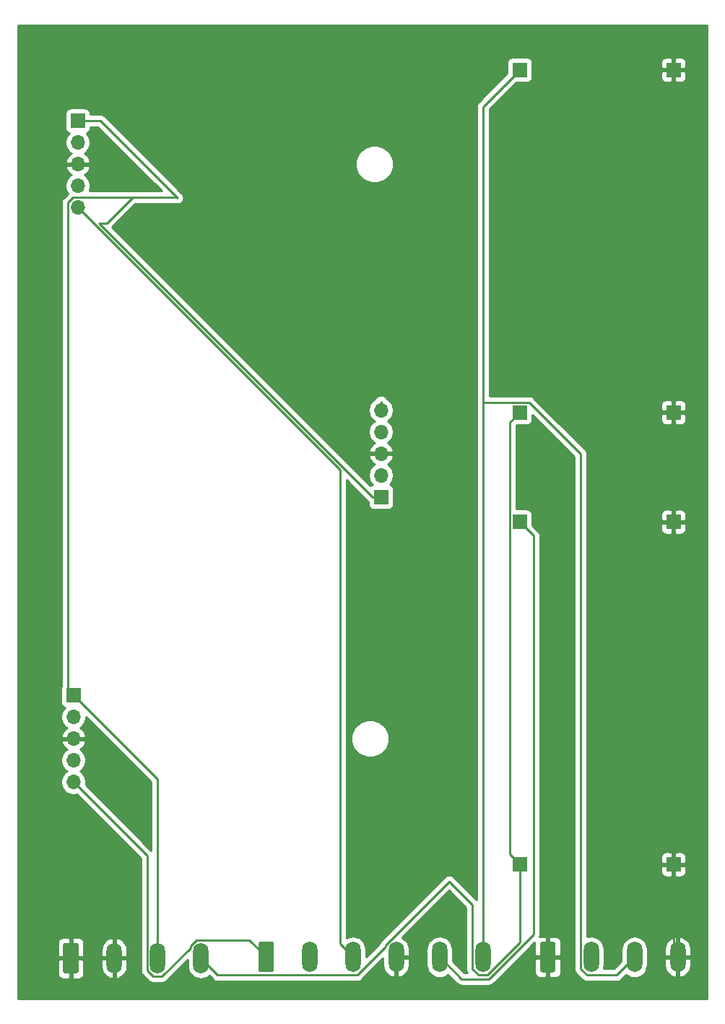
<source format=gbr>
%TF.GenerationSoftware,KiCad,Pcbnew,(5.1.7)-1*%
%TF.CreationDate,2021-01-07T21:57:37+01:00*%
%TF.ProjectId,potencia,706f7465-6e63-4696-912e-6b696361645f,rev?*%
%TF.SameCoordinates,Original*%
%TF.FileFunction,Copper,L2,Bot*%
%TF.FilePolarity,Positive*%
%FSLAX46Y46*%
G04 Gerber Fmt 4.6, Leading zero omitted, Abs format (unit mm)*
G04 Created by KiCad (PCBNEW (5.1.7)-1) date 2021-01-07 21:57:37*
%MOMM*%
%LPD*%
G01*
G04 APERTURE LIST*
%TA.AperFunction,ComponentPad*%
%ADD10O,1.800000X3.600000*%
%TD*%
%TA.AperFunction,ComponentPad*%
%ADD11R,1.700000X1.700000*%
%TD*%
%TA.AperFunction,ComponentPad*%
%ADD12O,1.700000X1.700000*%
%TD*%
%TA.AperFunction,Conductor*%
%ADD13C,0.250000*%
%TD*%
%TA.AperFunction,Conductor*%
%ADD14C,0.254000*%
%TD*%
%TA.AperFunction,Conductor*%
%ADD15C,0.100000*%
%TD*%
G04 APERTURE END LIST*
D10*
%TO.P,GND    5V    12V    GND,4*%
%TO.N,GND*%
X189230000Y-154749500D03*
%TO.P,GND    5V    12V    GND,3*%
%TO.N,12.2*%
X184150000Y-154749500D03*
%TO.P,GND    5V    12V    GND,2*%
%TO.N,5.2*%
X179070000Y-154749500D03*
%TO.P,GND    5V    12V    GND,1*%
%TO.N,GND*%
%TA.AperFunction,ComponentPad*%
G36*
G01*
X173090000Y-156299500D02*
X173090000Y-153199500D01*
G75*
G02*
X173340000Y-152949500I250000J0D01*
G01*
X174640000Y-152949500D01*
G75*
G02*
X174890000Y-153199500I0J-250000D01*
G01*
X174890000Y-156299500D01*
G75*
G02*
X174640000Y-156549500I-250000J0D01*
G01*
X173340000Y-156549500D01*
G75*
G02*
X173090000Y-156299500I0J250000D01*
G01*
G37*
%TD.AperFunction*%
%TD*%
%TO.P,GND   GND   BAT   SETA,4*%
%TO.N,+15V*%
X133299200Y-154889200D03*
%TO.P,GND   GND   BAT   SETA,3*%
%TO.N,+BATT*%
X128219200Y-154889200D03*
%TO.P,GND   GND   BAT   SETA,2*%
%TO.N,GND*%
X123139200Y-154889200D03*
%TO.P,GND   GND   BAT   SETA,1*%
%TA.AperFunction,ComponentPad*%
G36*
G01*
X117159200Y-156439200D02*
X117159200Y-153339200D01*
G75*
G02*
X117409200Y-153089200I250000J0D01*
G01*
X118709200Y-153089200D01*
G75*
G02*
X118959200Y-153339200I0J-250000D01*
G01*
X118959200Y-156439200D01*
G75*
G02*
X118709200Y-156689200I-250000J0D01*
G01*
X117409200Y-156689200D01*
G75*
G02*
X117159200Y-156439200I0J250000D01*
G01*
G37*
%TD.AperFunction*%
%TD*%
%TO.P,5V    5V    5V    GND    12V    12V,6*%
%TO.N,12.2*%
X166370000Y-154736800D03*
%TO.P,5V    5V    5V    GND    12V    12V,5*%
%TO.N,12.1*%
X161290000Y-154736800D03*
%TO.P,5V    5V    5V    GND    12V    12V,4*%
%TO.N,GND*%
X156210000Y-154736800D03*
%TO.P,5V    5V    5V    GND    12V    12V,3*%
%TO.N,5.3*%
X151130000Y-154736800D03*
%TO.P,5V    5V    5V    GND    12V    12V,2*%
%TO.N,5.2*%
X146050000Y-154736800D03*
%TO.P,5V    5V    5V    GND    12V    12V,1*%
%TO.N,5.1*%
%TA.AperFunction,ComponentPad*%
G36*
G01*
X140070000Y-156286800D02*
X140070000Y-153186800D01*
G75*
G02*
X140320000Y-152936800I250000J0D01*
G01*
X141620000Y-152936800D01*
G75*
G02*
X141870000Y-153186800I0J-250000D01*
G01*
X141870000Y-156286800D01*
G75*
G02*
X141620000Y-156536800I-250000J0D01*
G01*
X140320000Y-156536800D01*
G75*
G02*
X140070000Y-156286800I0J250000D01*
G01*
G37*
%TD.AperFunction*%
%TD*%
D11*
%TO.P,In-,1*%
%TO.N,GND*%
X188722000Y-90932000D03*
%TD*%
%TO.P,In-,1*%
%TO.N,GND*%
X188722000Y-143891000D03*
%TD*%
%TO.P,Out-,1*%
%TO.N,GND*%
X188722000Y-50800000D03*
%TD*%
%TO.P,Out-,1*%
%TO.N,GND*%
X188722000Y-103759000D03*
%TD*%
%TO.P,In+,1*%
%TO.N,+15V*%
X170688000Y-90932000D03*
%TD*%
%TO.P,In+,1*%
%TO.N,+15V*%
X170688000Y-143891000D03*
%TD*%
%TO.P,Out+,1*%
%TO.N,12.1*%
X170688000Y-103759000D03*
%TD*%
%TO.P,Out+,1*%
%TO.N,12.2*%
X170688000Y-50800000D03*
%TD*%
%TO.P, ,1*%
%TO.N,+BATT*%
X118872000Y-56769000D03*
D12*
%TO.P, ,2*%
%TO.N,Net-(Regulador5.3-Pad2)*%
X118872000Y-59309000D03*
%TO.P, ,3*%
%TO.N,GND*%
X118872000Y-61849000D03*
%TO.P, ,4*%
%TO.N,Net-(Regulador5.3-Pad4)*%
X118872000Y-64389000D03*
%TO.P, ,5*%
%TO.N,5.3*%
X118872000Y-66929000D03*
%TD*%
%TO.P, ,5*%
%TO.N,5.1*%
X118364000Y-134239000D03*
%TO.P, ,4*%
%TO.N,Net-(Regulador5.1-Pad4)*%
X118364000Y-131699000D03*
%TO.P, ,3*%
%TO.N,GND*%
X118364000Y-129159000D03*
%TO.P, ,2*%
%TO.N,Net-(Regulador5.1-Pad2)*%
X118364000Y-126619000D03*
D11*
%TO.P, ,1*%
%TO.N,+BATT*%
X118364000Y-124079000D03*
%TD*%
%TO.P,  ,1*%
%TO.N,+BATT*%
X154432000Y-100838000D03*
D12*
%TO.P,  ,2*%
%TO.N,Net-(Regulador5.2-Pad2)*%
X154432000Y-98298000D03*
%TO.P,  ,3*%
%TO.N,GND*%
X154432000Y-95758000D03*
%TO.P,  ,4*%
%TO.N,Net-(Regulador5.2-Pad4)*%
X154432000Y-93218000D03*
%TO.P,  ,5*%
%TO.N,5.2*%
X154432000Y-90678000D03*
%TD*%
D13*
%TO.N,+15V*%
X169512999Y-142715999D02*
X170688000Y-143891000D01*
X169512999Y-92107001D02*
X169512999Y-142715999D01*
X170688000Y-90932000D02*
X169512999Y-92107001D01*
X165862585Y-156861810D02*
X166877415Y-156861810D01*
X165144990Y-156144215D02*
X165862585Y-156861810D01*
X165144990Y-148625815D02*
X165144990Y-156144215D01*
X154984990Y-153514235D02*
X154984990Y-153329385D01*
X162416775Y-145897600D02*
X165144990Y-148625815D01*
X151637415Y-156861810D02*
X154984990Y-153514235D01*
X154984990Y-153329385D02*
X162416775Y-145897600D01*
X135271810Y-156861810D02*
X151637415Y-156861810D01*
X170688000Y-153051225D02*
X170688000Y-143891000D01*
X166877415Y-156861810D02*
X170688000Y-153051225D01*
X133299200Y-154889200D02*
X135271810Y-156861810D01*
%TO.N,+BATT*%
X118872000Y-56769000D02*
X121539000Y-56769000D01*
X128219200Y-133934200D02*
X118364000Y-124079000D01*
X128219200Y-154889200D02*
X128219200Y-133934200D01*
X130523999Y-65753999D02*
X130556000Y-65786000D01*
X117696999Y-66364999D02*
X118307999Y-65753999D01*
X117696999Y-123411999D02*
X117696999Y-66364999D01*
X118364000Y-124079000D02*
X117696999Y-123411999D01*
X121539000Y-56769000D02*
X130556000Y-65786000D01*
X153417410Y-100838000D02*
X154432000Y-100838000D01*
X121379999Y-68800589D02*
X153417410Y-100838000D01*
X118307999Y-65753999D02*
X121379999Y-65753999D01*
X122270409Y-68800589D02*
X125316999Y-65753999D01*
X121379999Y-68800589D02*
X122270409Y-68800589D01*
X125316999Y-65753999D02*
X130523999Y-65753999D01*
X121379999Y-65753999D02*
X125316999Y-65753999D01*
%TO.N,GND*%
X188722000Y-50800000D02*
X188722000Y-90932000D01*
X188722000Y-103759000D02*
X188722000Y-90932000D01*
X188722000Y-103759000D02*
X188722000Y-143891000D01*
X188722000Y-154241500D02*
X189230000Y-154749500D01*
X188722000Y-143891000D02*
X188722000Y-154241500D01*
%TO.N,5.1*%
X138997390Y-152764190D02*
X140970000Y-154736800D01*
X132791785Y-152764190D02*
X138997390Y-152764190D01*
X132074190Y-153481785D02*
X132791785Y-152764190D01*
X127711785Y-157014210D02*
X128726615Y-157014210D01*
X126994190Y-156296615D02*
X127711785Y-157014210D01*
X126994190Y-142869190D02*
X126994190Y-156296615D01*
X132074190Y-153666635D02*
X132074190Y-153481785D01*
X128726615Y-157014210D02*
X132074190Y-153666635D01*
X118364000Y-134239000D02*
X126994190Y-142869190D01*
%TO.N,5.2*%
X154432000Y-89662000D02*
X154432000Y-90551000D01*
%TO.N,5.3*%
X149606000Y-153212800D02*
X151130000Y-154736800D01*
X149606000Y-97663000D02*
X149606000Y-153212800D01*
X118872000Y-66929000D02*
X149606000Y-97663000D01*
%TO.N,12.1*%
X172313010Y-105384010D02*
X170688000Y-103759000D01*
X172313010Y-152062625D02*
X172313010Y-105384010D01*
X167063816Y-157311819D02*
X172313010Y-152062625D01*
X163865019Y-157311819D02*
X167063816Y-157311819D01*
X161290000Y-154736800D02*
X163865019Y-157311819D01*
%TO.N,12.2*%
X170688000Y-50800000D02*
X166370000Y-55118000D01*
X166376601Y-89756999D02*
X166370000Y-89763600D01*
X171798001Y-89756999D02*
X166376601Y-89756999D01*
X177844990Y-95803988D02*
X171798001Y-89756999D01*
X177844990Y-156156915D02*
X177844990Y-95803988D01*
X178562585Y-156874510D02*
X177844990Y-156156915D01*
X182024990Y-156874510D02*
X178562585Y-156874510D01*
X184150000Y-154749500D02*
X182024990Y-156874510D01*
X166370000Y-89763600D02*
X166370000Y-154736800D01*
X166370000Y-55118000D02*
X166370000Y-89763600D01*
%TD*%
D14*
%TO.N,GND*%
X192634000Y-159614000D02*
X111912000Y-159614000D01*
X111912000Y-156689200D01*
X116521128Y-156689200D01*
X116533388Y-156813682D01*
X116569698Y-156933380D01*
X116628663Y-157043694D01*
X116708015Y-157140385D01*
X116804706Y-157219737D01*
X116915020Y-157278702D01*
X117034718Y-157315012D01*
X117159200Y-157327272D01*
X117773450Y-157324200D01*
X117932200Y-157165450D01*
X117932200Y-155016200D01*
X118186200Y-155016200D01*
X118186200Y-157165450D01*
X118344950Y-157324200D01*
X118959200Y-157327272D01*
X119083682Y-157315012D01*
X119203380Y-157278702D01*
X119313694Y-157219737D01*
X119410385Y-157140385D01*
X119489737Y-157043694D01*
X119548702Y-156933380D01*
X119585012Y-156813682D01*
X119597272Y-156689200D01*
X119594200Y-155174950D01*
X119435450Y-155016200D01*
X121604200Y-155016200D01*
X121604200Y-155916200D01*
X121658471Y-156213223D01*
X121769646Y-156493951D01*
X121933452Y-156747596D01*
X122143594Y-156964410D01*
X122391996Y-157136062D01*
X122669113Y-157255955D01*
X122774460Y-157280236D01*
X123012200Y-157159578D01*
X123012200Y-155016200D01*
X123266200Y-155016200D01*
X123266200Y-157159578D01*
X123503940Y-157280236D01*
X123609287Y-157255955D01*
X123886404Y-157136062D01*
X124134806Y-156964410D01*
X124344948Y-156747596D01*
X124508754Y-156493951D01*
X124619929Y-156213223D01*
X124674200Y-155916200D01*
X124674200Y-155016200D01*
X123266200Y-155016200D01*
X123012200Y-155016200D01*
X121604200Y-155016200D01*
X119435450Y-155016200D01*
X118186200Y-155016200D01*
X117932200Y-155016200D01*
X116682950Y-155016200D01*
X116524200Y-155174950D01*
X116521128Y-156689200D01*
X111912000Y-156689200D01*
X111912000Y-153089200D01*
X116521128Y-153089200D01*
X116524200Y-154603450D01*
X116682950Y-154762200D01*
X117932200Y-154762200D01*
X117932200Y-152612950D01*
X118186200Y-152612950D01*
X118186200Y-154762200D01*
X119435450Y-154762200D01*
X119594200Y-154603450D01*
X119595703Y-153862200D01*
X121604200Y-153862200D01*
X121604200Y-154762200D01*
X123012200Y-154762200D01*
X123012200Y-152618822D01*
X123266200Y-152618822D01*
X123266200Y-154762200D01*
X124674200Y-154762200D01*
X124674200Y-153862200D01*
X124619929Y-153565177D01*
X124508754Y-153284449D01*
X124344948Y-153030804D01*
X124134806Y-152813990D01*
X123886404Y-152642338D01*
X123609287Y-152522445D01*
X123503940Y-152498164D01*
X123266200Y-152618822D01*
X123012200Y-152618822D01*
X122774460Y-152498164D01*
X122669113Y-152522445D01*
X122391996Y-152642338D01*
X122143594Y-152813990D01*
X121933452Y-153030804D01*
X121769646Y-153284449D01*
X121658471Y-153565177D01*
X121604200Y-153862200D01*
X119595703Y-153862200D01*
X119597272Y-153089200D01*
X119585012Y-152964718D01*
X119548702Y-152845020D01*
X119489737Y-152734706D01*
X119410385Y-152638015D01*
X119313694Y-152558663D01*
X119203380Y-152499698D01*
X119083682Y-152463388D01*
X118959200Y-152451128D01*
X118344950Y-152454200D01*
X118186200Y-152612950D01*
X117932200Y-152612950D01*
X117773450Y-152454200D01*
X117159200Y-152451128D01*
X117034718Y-152463388D01*
X116915020Y-152499698D01*
X116804706Y-152558663D01*
X116708015Y-152638015D01*
X116628663Y-152734706D01*
X116569698Y-152845020D01*
X116533388Y-152964718D01*
X116521128Y-153089200D01*
X111912000Y-153089200D01*
X111912000Y-123229000D01*
X116875928Y-123229000D01*
X116875928Y-124929000D01*
X116888188Y-125053482D01*
X116924498Y-125173180D01*
X116983463Y-125283494D01*
X117062815Y-125380185D01*
X117159506Y-125459537D01*
X117269820Y-125518502D01*
X117342380Y-125540513D01*
X117210525Y-125672368D01*
X117048010Y-125915589D01*
X116936068Y-126185842D01*
X116879000Y-126472740D01*
X116879000Y-126765260D01*
X116936068Y-127052158D01*
X117048010Y-127322411D01*
X117210525Y-127565632D01*
X117417368Y-127772475D01*
X117599534Y-127894195D01*
X117482645Y-127963822D01*
X117266412Y-128158731D01*
X117092359Y-128392080D01*
X116967175Y-128654901D01*
X116922524Y-128802110D01*
X117043845Y-129032000D01*
X118237000Y-129032000D01*
X118237000Y-129012000D01*
X118491000Y-129012000D01*
X118491000Y-129032000D01*
X119684155Y-129032000D01*
X119805476Y-128802110D01*
X119760825Y-128654901D01*
X119635641Y-128392080D01*
X119461588Y-128158731D01*
X119245355Y-127963822D01*
X119128466Y-127894195D01*
X119310632Y-127772475D01*
X119517475Y-127565632D01*
X119679990Y-127322411D01*
X119791932Y-127052158D01*
X119849000Y-126765260D01*
X119849000Y-126638801D01*
X127459201Y-134249004D01*
X127459201Y-142259399D01*
X119805209Y-134605408D01*
X119849000Y-134385260D01*
X119849000Y-134092740D01*
X119791932Y-133805842D01*
X119679990Y-133535589D01*
X119517475Y-133292368D01*
X119310632Y-133085525D01*
X119136240Y-132969000D01*
X119310632Y-132852475D01*
X119517475Y-132645632D01*
X119679990Y-132402411D01*
X119791932Y-132132158D01*
X119849000Y-131845260D01*
X119849000Y-131552740D01*
X119791932Y-131265842D01*
X119679990Y-130995589D01*
X119517475Y-130752368D01*
X119310632Y-130545525D01*
X119128466Y-130423805D01*
X119245355Y-130354178D01*
X119461588Y-130159269D01*
X119635641Y-129925920D01*
X119760825Y-129663099D01*
X119805476Y-129515890D01*
X119684155Y-129286000D01*
X118491000Y-129286000D01*
X118491000Y-129306000D01*
X118237000Y-129306000D01*
X118237000Y-129286000D01*
X117043845Y-129286000D01*
X116922524Y-129515890D01*
X116967175Y-129663099D01*
X117092359Y-129925920D01*
X117266412Y-130159269D01*
X117482645Y-130354178D01*
X117599534Y-130423805D01*
X117417368Y-130545525D01*
X117210525Y-130752368D01*
X117048010Y-130995589D01*
X116936068Y-131265842D01*
X116879000Y-131552740D01*
X116879000Y-131845260D01*
X116936068Y-132132158D01*
X117048010Y-132402411D01*
X117210525Y-132645632D01*
X117417368Y-132852475D01*
X117591760Y-132969000D01*
X117417368Y-133085525D01*
X117210525Y-133292368D01*
X117048010Y-133535589D01*
X116936068Y-133805842D01*
X116879000Y-134092740D01*
X116879000Y-134385260D01*
X116936068Y-134672158D01*
X117048010Y-134942411D01*
X117210525Y-135185632D01*
X117417368Y-135392475D01*
X117660589Y-135554990D01*
X117930842Y-135666932D01*
X118217740Y-135724000D01*
X118510260Y-135724000D01*
X118730408Y-135680209D01*
X126234190Y-143183992D01*
X126234191Y-156259283D01*
X126230514Y-156296615D01*
X126234191Y-156333948D01*
X126245188Y-156445601D01*
X126249572Y-156460054D01*
X126288644Y-156588861D01*
X126359216Y-156720891D01*
X126430391Y-156807617D01*
X126454190Y-156836616D01*
X126483188Y-156860414D01*
X127147986Y-157525212D01*
X127171784Y-157554211D01*
X127200782Y-157578009D01*
X127287509Y-157649184D01*
X127419538Y-157719756D01*
X127562799Y-157763213D01*
X127711785Y-157777887D01*
X127749118Y-157774210D01*
X128689293Y-157774210D01*
X128726615Y-157777886D01*
X128763937Y-157774210D01*
X128763948Y-157774210D01*
X128875601Y-157763213D01*
X129018862Y-157719756D01*
X129150891Y-157649184D01*
X129266616Y-157554211D01*
X129290419Y-157525207D01*
X131764200Y-155051427D01*
X131764200Y-155864608D01*
X131786411Y-156090113D01*
X131874184Y-156379461D01*
X132016720Y-156646127D01*
X132208540Y-156879861D01*
X132442274Y-157071681D01*
X132708940Y-157214217D01*
X132998288Y-157301990D01*
X133299200Y-157331627D01*
X133600113Y-157301990D01*
X133889461Y-157214217D01*
X134156127Y-157071681D01*
X134293852Y-156958654D01*
X134708011Y-157372813D01*
X134731809Y-157401811D01*
X134847534Y-157496784D01*
X134979563Y-157567356D01*
X135122824Y-157610813D01*
X135234477Y-157621810D01*
X135234487Y-157621810D01*
X135271810Y-157625486D01*
X135309133Y-157621810D01*
X151600093Y-157621810D01*
X151637415Y-157625486D01*
X151674737Y-157621810D01*
X151674748Y-157621810D01*
X151786401Y-157610813D01*
X151929662Y-157567356D01*
X152061691Y-157496784D01*
X152177416Y-157401811D01*
X152201219Y-157372807D01*
X154675000Y-154899027D01*
X154675000Y-155763800D01*
X154729271Y-156060823D01*
X154840446Y-156341551D01*
X155004252Y-156595196D01*
X155214394Y-156812010D01*
X155462796Y-156983662D01*
X155739913Y-157103555D01*
X155845260Y-157127836D01*
X156083000Y-157007178D01*
X156083000Y-154863800D01*
X156337000Y-154863800D01*
X156337000Y-157007178D01*
X156574740Y-157127836D01*
X156680087Y-157103555D01*
X156957204Y-156983662D01*
X157205606Y-156812010D01*
X157415748Y-156595196D01*
X157579554Y-156341551D01*
X157690729Y-156060823D01*
X157745000Y-155763800D01*
X157745000Y-154863800D01*
X156337000Y-154863800D01*
X156083000Y-154863800D01*
X156063000Y-154863800D01*
X156063000Y-154609800D01*
X156083000Y-154609800D01*
X156083000Y-154589800D01*
X156337000Y-154589800D01*
X156337000Y-154609800D01*
X157745000Y-154609800D01*
X157745000Y-153709800D01*
X157690729Y-153412777D01*
X157579554Y-153132049D01*
X157415748Y-152878404D01*
X157205606Y-152661590D01*
X156957204Y-152489938D01*
X156916743Y-152472433D01*
X162416775Y-146972402D01*
X164384990Y-148940617D01*
X164384991Y-156106883D01*
X164381314Y-156144215D01*
X164384991Y-156181548D01*
X164395988Y-156293201D01*
X164400679Y-156308664D01*
X164439444Y-156436461D01*
X164501105Y-156551819D01*
X164179821Y-156551819D01*
X162825000Y-155196999D01*
X162825000Y-153761392D01*
X162802790Y-153535887D01*
X162715017Y-153246539D01*
X162572481Y-152979873D01*
X162380661Y-152746139D01*
X162146926Y-152554319D01*
X161880260Y-152411783D01*
X161590912Y-152324010D01*
X161290000Y-152294373D01*
X160989087Y-152324010D01*
X160699739Y-152411783D01*
X160433073Y-152554319D01*
X160199339Y-152746139D01*
X160007519Y-152979874D01*
X159864983Y-153246540D01*
X159777210Y-153535888D01*
X159755000Y-153761393D01*
X159755000Y-155712208D01*
X159777211Y-155937713D01*
X159864984Y-156227061D01*
X160007520Y-156493727D01*
X160199340Y-156727461D01*
X160433074Y-156919281D01*
X160699740Y-157061817D01*
X160989088Y-157149590D01*
X161290000Y-157179227D01*
X161590913Y-157149590D01*
X161880261Y-157061817D01*
X162146927Y-156919281D01*
X162284652Y-156806253D01*
X163301220Y-157822822D01*
X163325018Y-157851820D01*
X163440743Y-157946793D01*
X163572772Y-158017365D01*
X163716033Y-158060822D01*
X163827686Y-158071819D01*
X163827694Y-158071819D01*
X163865019Y-158075495D01*
X163902344Y-158071819D01*
X167026494Y-158071819D01*
X167063816Y-158075495D01*
X167101138Y-158071819D01*
X167101149Y-158071819D01*
X167212802Y-158060822D01*
X167356063Y-158017365D01*
X167488092Y-157946793D01*
X167603817Y-157851820D01*
X167627620Y-157822816D01*
X168900936Y-156549500D01*
X172451928Y-156549500D01*
X172464188Y-156673982D01*
X172500498Y-156793680D01*
X172559463Y-156903994D01*
X172638815Y-157000685D01*
X172735506Y-157080037D01*
X172845820Y-157139002D01*
X172965518Y-157175312D01*
X173090000Y-157187572D01*
X173704250Y-157184500D01*
X173863000Y-157025750D01*
X173863000Y-154876500D01*
X174117000Y-154876500D01*
X174117000Y-157025750D01*
X174275750Y-157184500D01*
X174890000Y-157187572D01*
X175014482Y-157175312D01*
X175134180Y-157139002D01*
X175244494Y-157080037D01*
X175341185Y-157000685D01*
X175420537Y-156903994D01*
X175479502Y-156793680D01*
X175515812Y-156673982D01*
X175528072Y-156549500D01*
X175525000Y-155035250D01*
X175366250Y-154876500D01*
X174117000Y-154876500D01*
X173863000Y-154876500D01*
X172613750Y-154876500D01*
X172455000Y-155035250D01*
X172451928Y-156549500D01*
X168900936Y-156549500D01*
X172452027Y-152998410D01*
X172455000Y-154463750D01*
X172613750Y-154622500D01*
X173863000Y-154622500D01*
X173863000Y-152473250D01*
X174117000Y-152473250D01*
X174117000Y-154622500D01*
X175366250Y-154622500D01*
X175525000Y-154463750D01*
X175528072Y-152949500D01*
X175515812Y-152825018D01*
X175479502Y-152705320D01*
X175420537Y-152595006D01*
X175341185Y-152498315D01*
X175244494Y-152418963D01*
X175134180Y-152359998D01*
X175014482Y-152323688D01*
X174890000Y-152311428D01*
X174275750Y-152314500D01*
X174117000Y-152473250D01*
X173863000Y-152473250D01*
X173704250Y-152314500D01*
X173090000Y-152311428D01*
X173029940Y-152317343D01*
X173062013Y-152211611D01*
X173073010Y-152099958D01*
X173073010Y-152099949D01*
X173076686Y-152062626D01*
X173073010Y-152025303D01*
X173073010Y-105421332D01*
X173076686Y-105384009D01*
X173073010Y-105346686D01*
X173073010Y-105346677D01*
X173062013Y-105235024D01*
X173018556Y-105091763D01*
X172947984Y-104959734D01*
X172853011Y-104844009D01*
X172824013Y-104820211D01*
X172176072Y-104172270D01*
X172176072Y-102909000D01*
X172163812Y-102784518D01*
X172127502Y-102664820D01*
X172068537Y-102554506D01*
X171989185Y-102457815D01*
X171892494Y-102378463D01*
X171782180Y-102319498D01*
X171662482Y-102283188D01*
X171538000Y-102270928D01*
X170272999Y-102270928D01*
X170272999Y-92421802D01*
X170274729Y-92420072D01*
X171538000Y-92420072D01*
X171662482Y-92407812D01*
X171782180Y-92371502D01*
X171892494Y-92312537D01*
X171989185Y-92233185D01*
X172068537Y-92136494D01*
X172127502Y-92026180D01*
X172163812Y-91906482D01*
X172176072Y-91782000D01*
X172176072Y-91209871D01*
X177084991Y-96118791D01*
X177084990Y-156119593D01*
X177081314Y-156156915D01*
X177084990Y-156194237D01*
X177084990Y-156194247D01*
X177095987Y-156305900D01*
X177135592Y-156436461D01*
X177139444Y-156449161D01*
X177210016Y-156581191D01*
X177247324Y-156626650D01*
X177304989Y-156696916D01*
X177333992Y-156720718D01*
X177998786Y-157385512D01*
X178022584Y-157414511D01*
X178051582Y-157438309D01*
X178138309Y-157509484D01*
X178270338Y-157580056D01*
X178413599Y-157623513D01*
X178562585Y-157638187D01*
X178599918Y-157634510D01*
X181987668Y-157634510D01*
X182024990Y-157638186D01*
X182062312Y-157634510D01*
X182062323Y-157634510D01*
X182173976Y-157623513D01*
X182317237Y-157580056D01*
X182449266Y-157509484D01*
X182564991Y-157414511D01*
X182588794Y-157385507D01*
X183155348Y-156818953D01*
X183293074Y-156931981D01*
X183559740Y-157074517D01*
X183849088Y-157162290D01*
X184150000Y-157191927D01*
X184450913Y-157162290D01*
X184740261Y-157074517D01*
X185006927Y-156931981D01*
X185240661Y-156740161D01*
X185432481Y-156506427D01*
X185575017Y-156239761D01*
X185662790Y-155950413D01*
X185685000Y-155724908D01*
X185685000Y-154876500D01*
X187695000Y-154876500D01*
X187695000Y-155776500D01*
X187749271Y-156073523D01*
X187860446Y-156354251D01*
X188024252Y-156607896D01*
X188234394Y-156824710D01*
X188482796Y-156996362D01*
X188759913Y-157116255D01*
X188865260Y-157140536D01*
X189103000Y-157019878D01*
X189103000Y-154876500D01*
X189357000Y-154876500D01*
X189357000Y-157019878D01*
X189594740Y-157140536D01*
X189700087Y-157116255D01*
X189977204Y-156996362D01*
X190225606Y-156824710D01*
X190435748Y-156607896D01*
X190599554Y-156354251D01*
X190710729Y-156073523D01*
X190765000Y-155776500D01*
X190765000Y-154876500D01*
X189357000Y-154876500D01*
X189103000Y-154876500D01*
X187695000Y-154876500D01*
X185685000Y-154876500D01*
X185685000Y-153774092D01*
X185679919Y-153722500D01*
X187695000Y-153722500D01*
X187695000Y-154622500D01*
X189103000Y-154622500D01*
X189103000Y-152479122D01*
X189357000Y-152479122D01*
X189357000Y-154622500D01*
X190765000Y-154622500D01*
X190765000Y-153722500D01*
X190710729Y-153425477D01*
X190599554Y-153144749D01*
X190435748Y-152891104D01*
X190225606Y-152674290D01*
X189977204Y-152502638D01*
X189700087Y-152382745D01*
X189594740Y-152358464D01*
X189357000Y-152479122D01*
X189103000Y-152479122D01*
X188865260Y-152358464D01*
X188759913Y-152382745D01*
X188482796Y-152502638D01*
X188234394Y-152674290D01*
X188024252Y-152891104D01*
X187860446Y-153144749D01*
X187749271Y-153425477D01*
X187695000Y-153722500D01*
X185679919Y-153722500D01*
X185662790Y-153548587D01*
X185575017Y-153259239D01*
X185432481Y-152992573D01*
X185240661Y-152758839D01*
X185006926Y-152567019D01*
X184740260Y-152424483D01*
X184450912Y-152336710D01*
X184150000Y-152307073D01*
X183849087Y-152336710D01*
X183559739Y-152424483D01*
X183293073Y-152567019D01*
X183059339Y-152758839D01*
X182867519Y-152992574D01*
X182724983Y-153259240D01*
X182637210Y-153548588D01*
X182615000Y-153774093D01*
X182615000Y-155209698D01*
X181710189Y-156114510D01*
X180533012Y-156114510D01*
X180582790Y-155950413D01*
X180605000Y-155724908D01*
X180605000Y-153774092D01*
X180582790Y-153548587D01*
X180495017Y-153259239D01*
X180352481Y-152992573D01*
X180160661Y-152758839D01*
X179926926Y-152567019D01*
X179660260Y-152424483D01*
X179370912Y-152336710D01*
X179070000Y-152307073D01*
X178769087Y-152336710D01*
X178604990Y-152386488D01*
X178604990Y-144741000D01*
X187233928Y-144741000D01*
X187246188Y-144865482D01*
X187282498Y-144985180D01*
X187341463Y-145095494D01*
X187420815Y-145192185D01*
X187517506Y-145271537D01*
X187627820Y-145330502D01*
X187747518Y-145366812D01*
X187872000Y-145379072D01*
X188436250Y-145376000D01*
X188595000Y-145217250D01*
X188595000Y-144018000D01*
X188849000Y-144018000D01*
X188849000Y-145217250D01*
X189007750Y-145376000D01*
X189572000Y-145379072D01*
X189696482Y-145366812D01*
X189816180Y-145330502D01*
X189926494Y-145271537D01*
X190023185Y-145192185D01*
X190102537Y-145095494D01*
X190161502Y-144985180D01*
X190197812Y-144865482D01*
X190210072Y-144741000D01*
X190207000Y-144176750D01*
X190048250Y-144018000D01*
X188849000Y-144018000D01*
X188595000Y-144018000D01*
X187395750Y-144018000D01*
X187237000Y-144176750D01*
X187233928Y-144741000D01*
X178604990Y-144741000D01*
X178604990Y-143041000D01*
X187233928Y-143041000D01*
X187237000Y-143605250D01*
X187395750Y-143764000D01*
X188595000Y-143764000D01*
X188595000Y-142564750D01*
X188849000Y-142564750D01*
X188849000Y-143764000D01*
X190048250Y-143764000D01*
X190207000Y-143605250D01*
X190210072Y-143041000D01*
X190197812Y-142916518D01*
X190161502Y-142796820D01*
X190102537Y-142686506D01*
X190023185Y-142589815D01*
X189926494Y-142510463D01*
X189816180Y-142451498D01*
X189696482Y-142415188D01*
X189572000Y-142402928D01*
X189007750Y-142406000D01*
X188849000Y-142564750D01*
X188595000Y-142564750D01*
X188436250Y-142406000D01*
X187872000Y-142402928D01*
X187747518Y-142415188D01*
X187627820Y-142451498D01*
X187517506Y-142510463D01*
X187420815Y-142589815D01*
X187341463Y-142686506D01*
X187282498Y-142796820D01*
X187246188Y-142916518D01*
X187233928Y-143041000D01*
X178604990Y-143041000D01*
X178604990Y-104609000D01*
X187233928Y-104609000D01*
X187246188Y-104733482D01*
X187282498Y-104853180D01*
X187341463Y-104963494D01*
X187420815Y-105060185D01*
X187517506Y-105139537D01*
X187627820Y-105198502D01*
X187747518Y-105234812D01*
X187872000Y-105247072D01*
X188436250Y-105244000D01*
X188595000Y-105085250D01*
X188595000Y-103886000D01*
X188849000Y-103886000D01*
X188849000Y-105085250D01*
X189007750Y-105244000D01*
X189572000Y-105247072D01*
X189696482Y-105234812D01*
X189816180Y-105198502D01*
X189926494Y-105139537D01*
X190023185Y-105060185D01*
X190102537Y-104963494D01*
X190161502Y-104853180D01*
X190197812Y-104733482D01*
X190210072Y-104609000D01*
X190207000Y-104044750D01*
X190048250Y-103886000D01*
X188849000Y-103886000D01*
X188595000Y-103886000D01*
X187395750Y-103886000D01*
X187237000Y-104044750D01*
X187233928Y-104609000D01*
X178604990Y-104609000D01*
X178604990Y-102909000D01*
X187233928Y-102909000D01*
X187237000Y-103473250D01*
X187395750Y-103632000D01*
X188595000Y-103632000D01*
X188595000Y-102432750D01*
X188849000Y-102432750D01*
X188849000Y-103632000D01*
X190048250Y-103632000D01*
X190207000Y-103473250D01*
X190210072Y-102909000D01*
X190197812Y-102784518D01*
X190161502Y-102664820D01*
X190102537Y-102554506D01*
X190023185Y-102457815D01*
X189926494Y-102378463D01*
X189816180Y-102319498D01*
X189696482Y-102283188D01*
X189572000Y-102270928D01*
X189007750Y-102274000D01*
X188849000Y-102432750D01*
X188595000Y-102432750D01*
X188436250Y-102274000D01*
X187872000Y-102270928D01*
X187747518Y-102283188D01*
X187627820Y-102319498D01*
X187517506Y-102378463D01*
X187420815Y-102457815D01*
X187341463Y-102554506D01*
X187282498Y-102664820D01*
X187246188Y-102784518D01*
X187233928Y-102909000D01*
X178604990Y-102909000D01*
X178604990Y-95841311D01*
X178608666Y-95803988D01*
X178604990Y-95766665D01*
X178604990Y-95766655D01*
X178593993Y-95655002D01*
X178550536Y-95511741D01*
X178479964Y-95379712D01*
X178384991Y-95263987D01*
X178355993Y-95240189D01*
X174897804Y-91782000D01*
X187233928Y-91782000D01*
X187246188Y-91906482D01*
X187282498Y-92026180D01*
X187341463Y-92136494D01*
X187420815Y-92233185D01*
X187517506Y-92312537D01*
X187627820Y-92371502D01*
X187747518Y-92407812D01*
X187872000Y-92420072D01*
X188436250Y-92417000D01*
X188595000Y-92258250D01*
X188595000Y-91059000D01*
X188849000Y-91059000D01*
X188849000Y-92258250D01*
X189007750Y-92417000D01*
X189572000Y-92420072D01*
X189696482Y-92407812D01*
X189816180Y-92371502D01*
X189926494Y-92312537D01*
X190023185Y-92233185D01*
X190102537Y-92136494D01*
X190161502Y-92026180D01*
X190197812Y-91906482D01*
X190210072Y-91782000D01*
X190207000Y-91217750D01*
X190048250Y-91059000D01*
X188849000Y-91059000D01*
X188595000Y-91059000D01*
X187395750Y-91059000D01*
X187237000Y-91217750D01*
X187233928Y-91782000D01*
X174897804Y-91782000D01*
X173197804Y-90082000D01*
X187233928Y-90082000D01*
X187237000Y-90646250D01*
X187395750Y-90805000D01*
X188595000Y-90805000D01*
X188595000Y-89605750D01*
X188849000Y-89605750D01*
X188849000Y-90805000D01*
X190048250Y-90805000D01*
X190207000Y-90646250D01*
X190210072Y-90082000D01*
X190197812Y-89957518D01*
X190161502Y-89837820D01*
X190102537Y-89727506D01*
X190023185Y-89630815D01*
X189926494Y-89551463D01*
X189816180Y-89492498D01*
X189696482Y-89456188D01*
X189572000Y-89443928D01*
X189007750Y-89447000D01*
X188849000Y-89605750D01*
X188595000Y-89605750D01*
X188436250Y-89447000D01*
X187872000Y-89443928D01*
X187747518Y-89456188D01*
X187627820Y-89492498D01*
X187517506Y-89551463D01*
X187420815Y-89630815D01*
X187341463Y-89727506D01*
X187282498Y-89837820D01*
X187246188Y-89957518D01*
X187233928Y-90082000D01*
X173197804Y-90082000D01*
X172361805Y-89246002D01*
X172338002Y-89216998D01*
X172222277Y-89122025D01*
X172090248Y-89051453D01*
X171946987Y-89007996D01*
X171835334Y-88996999D01*
X171835323Y-88996999D01*
X171798001Y-88993323D01*
X171760679Y-88996999D01*
X167130000Y-88996999D01*
X167130000Y-55432801D01*
X170274730Y-52288072D01*
X171538000Y-52288072D01*
X171662482Y-52275812D01*
X171782180Y-52239502D01*
X171892494Y-52180537D01*
X171989185Y-52101185D01*
X172068537Y-52004494D01*
X172127502Y-51894180D01*
X172163812Y-51774482D01*
X172176072Y-51650000D01*
X187233928Y-51650000D01*
X187246188Y-51774482D01*
X187282498Y-51894180D01*
X187341463Y-52004494D01*
X187420815Y-52101185D01*
X187517506Y-52180537D01*
X187627820Y-52239502D01*
X187747518Y-52275812D01*
X187872000Y-52288072D01*
X188436250Y-52285000D01*
X188595000Y-52126250D01*
X188595000Y-50927000D01*
X188849000Y-50927000D01*
X188849000Y-52126250D01*
X189007750Y-52285000D01*
X189572000Y-52288072D01*
X189696482Y-52275812D01*
X189816180Y-52239502D01*
X189926494Y-52180537D01*
X190023185Y-52101185D01*
X190102537Y-52004494D01*
X190161502Y-51894180D01*
X190197812Y-51774482D01*
X190210072Y-51650000D01*
X190207000Y-51085750D01*
X190048250Y-50927000D01*
X188849000Y-50927000D01*
X188595000Y-50927000D01*
X187395750Y-50927000D01*
X187237000Y-51085750D01*
X187233928Y-51650000D01*
X172176072Y-51650000D01*
X172176072Y-49950000D01*
X187233928Y-49950000D01*
X187237000Y-50514250D01*
X187395750Y-50673000D01*
X188595000Y-50673000D01*
X188595000Y-49473750D01*
X188849000Y-49473750D01*
X188849000Y-50673000D01*
X190048250Y-50673000D01*
X190207000Y-50514250D01*
X190210072Y-49950000D01*
X190197812Y-49825518D01*
X190161502Y-49705820D01*
X190102537Y-49595506D01*
X190023185Y-49498815D01*
X189926494Y-49419463D01*
X189816180Y-49360498D01*
X189696482Y-49324188D01*
X189572000Y-49311928D01*
X189007750Y-49315000D01*
X188849000Y-49473750D01*
X188595000Y-49473750D01*
X188436250Y-49315000D01*
X187872000Y-49311928D01*
X187747518Y-49324188D01*
X187627820Y-49360498D01*
X187517506Y-49419463D01*
X187420815Y-49498815D01*
X187341463Y-49595506D01*
X187282498Y-49705820D01*
X187246188Y-49825518D01*
X187233928Y-49950000D01*
X172176072Y-49950000D01*
X172163812Y-49825518D01*
X172127502Y-49705820D01*
X172068537Y-49595506D01*
X171989185Y-49498815D01*
X171892494Y-49419463D01*
X171782180Y-49360498D01*
X171662482Y-49324188D01*
X171538000Y-49311928D01*
X169838000Y-49311928D01*
X169713518Y-49324188D01*
X169593820Y-49360498D01*
X169483506Y-49419463D01*
X169386815Y-49498815D01*
X169307463Y-49595506D01*
X169248498Y-49705820D01*
X169212188Y-49825518D01*
X169199928Y-49950000D01*
X169199928Y-51213270D01*
X165859003Y-54554196D01*
X165829999Y-54577999D01*
X165774871Y-54645174D01*
X165735026Y-54693724D01*
X165664455Y-54825753D01*
X165664454Y-54825754D01*
X165620997Y-54969015D01*
X165610000Y-55080668D01*
X165610000Y-55080678D01*
X165606324Y-55118000D01*
X165610000Y-55155322D01*
X165610001Y-89726258D01*
X165610000Y-89726268D01*
X165610000Y-89726278D01*
X165606324Y-89763600D01*
X165610000Y-89800922D01*
X165610001Y-148016024D01*
X162980578Y-145386601D01*
X162956776Y-145357599D01*
X162889601Y-145302471D01*
X162841051Y-145262626D01*
X162709021Y-145192054D01*
X162565760Y-145148598D01*
X162416775Y-145133924D01*
X162416774Y-145133924D01*
X162267788Y-145148598D01*
X162124528Y-145192054D01*
X161992498Y-145262626D01*
X161909792Y-145330502D01*
X161876774Y-145357599D01*
X161852976Y-145386597D01*
X154473992Y-152765582D01*
X154444989Y-152789384D01*
X154350016Y-152905109D01*
X154279444Y-153037138D01*
X154235987Y-153180399D01*
X154235109Y-153189314D01*
X152665000Y-154759424D01*
X152665000Y-153761392D01*
X152642790Y-153535887D01*
X152555017Y-153246539D01*
X152412481Y-152979873D01*
X152220661Y-152746139D01*
X151986926Y-152554319D01*
X151720260Y-152411783D01*
X151430912Y-152324010D01*
X151130000Y-152294373D01*
X150829087Y-152324010D01*
X150539739Y-152411783D01*
X150366000Y-152504648D01*
X150366000Y-128938872D01*
X150927000Y-128938872D01*
X150927000Y-129379128D01*
X151012890Y-129810925D01*
X151181369Y-130217669D01*
X151425962Y-130583729D01*
X151737271Y-130895038D01*
X152103331Y-131139631D01*
X152510075Y-131308110D01*
X152941872Y-131394000D01*
X153382128Y-131394000D01*
X153813925Y-131308110D01*
X154220669Y-131139631D01*
X154586729Y-130895038D01*
X154898038Y-130583729D01*
X155142631Y-130217669D01*
X155311110Y-129810925D01*
X155397000Y-129379128D01*
X155397000Y-128938872D01*
X155311110Y-128507075D01*
X155142631Y-128100331D01*
X154898038Y-127734271D01*
X154586729Y-127422962D01*
X154220669Y-127178369D01*
X153813925Y-127009890D01*
X153382128Y-126924000D01*
X152941872Y-126924000D01*
X152510075Y-127009890D01*
X152103331Y-127178369D01*
X151737271Y-127422962D01*
X151425962Y-127734271D01*
X151181369Y-128100331D01*
X151012890Y-128507075D01*
X150927000Y-128938872D01*
X150366000Y-128938872D01*
X150366000Y-98861392D01*
X152853611Y-101349003D01*
X152877409Y-101378001D01*
X152906407Y-101401799D01*
X152943928Y-101432592D01*
X152943928Y-101688000D01*
X152956188Y-101812482D01*
X152992498Y-101932180D01*
X153051463Y-102042494D01*
X153130815Y-102139185D01*
X153227506Y-102218537D01*
X153337820Y-102277502D01*
X153457518Y-102313812D01*
X153582000Y-102326072D01*
X155282000Y-102326072D01*
X155406482Y-102313812D01*
X155526180Y-102277502D01*
X155636494Y-102218537D01*
X155733185Y-102139185D01*
X155812537Y-102042494D01*
X155871502Y-101932180D01*
X155907812Y-101812482D01*
X155920072Y-101688000D01*
X155920072Y-99988000D01*
X155907812Y-99863518D01*
X155871502Y-99743820D01*
X155812537Y-99633506D01*
X155733185Y-99536815D01*
X155636494Y-99457463D01*
X155526180Y-99398498D01*
X155453620Y-99376487D01*
X155585475Y-99244632D01*
X155747990Y-99001411D01*
X155859932Y-98731158D01*
X155917000Y-98444260D01*
X155917000Y-98151740D01*
X155859932Y-97864842D01*
X155747990Y-97594589D01*
X155585475Y-97351368D01*
X155378632Y-97144525D01*
X155196466Y-97022805D01*
X155313355Y-96953178D01*
X155529588Y-96758269D01*
X155703641Y-96524920D01*
X155828825Y-96262099D01*
X155873476Y-96114890D01*
X155752155Y-95885000D01*
X154559000Y-95885000D01*
X154559000Y-95905000D01*
X154305000Y-95905000D01*
X154305000Y-95885000D01*
X153111845Y-95885000D01*
X152990524Y-96114890D01*
X153035175Y-96262099D01*
X153160359Y-96524920D01*
X153334412Y-96758269D01*
X153550645Y-96953178D01*
X153667534Y-97022805D01*
X153485368Y-97144525D01*
X153278525Y-97351368D01*
X153116010Y-97594589D01*
X153004068Y-97864842D01*
X152947000Y-98151740D01*
X152947000Y-98444260D01*
X153004068Y-98731158D01*
X153116010Y-99001411D01*
X153278525Y-99244632D01*
X153410380Y-99376487D01*
X153337820Y-99398498D01*
X153227506Y-99457463D01*
X153163886Y-99509674D01*
X144185952Y-90531740D01*
X152947000Y-90531740D01*
X152947000Y-90824260D01*
X153004068Y-91111158D01*
X153116010Y-91381411D01*
X153278525Y-91624632D01*
X153485368Y-91831475D01*
X153659760Y-91948000D01*
X153485368Y-92064525D01*
X153278525Y-92271368D01*
X153116010Y-92514589D01*
X153004068Y-92784842D01*
X152947000Y-93071740D01*
X152947000Y-93364260D01*
X153004068Y-93651158D01*
X153116010Y-93921411D01*
X153278525Y-94164632D01*
X153485368Y-94371475D01*
X153667534Y-94493195D01*
X153550645Y-94562822D01*
X153334412Y-94757731D01*
X153160359Y-94991080D01*
X153035175Y-95253901D01*
X152990524Y-95401110D01*
X153111845Y-95631000D01*
X154305000Y-95631000D01*
X154305000Y-95611000D01*
X154559000Y-95611000D01*
X154559000Y-95631000D01*
X155752155Y-95631000D01*
X155873476Y-95401110D01*
X155828825Y-95253901D01*
X155703641Y-94991080D01*
X155529588Y-94757731D01*
X155313355Y-94562822D01*
X155196466Y-94493195D01*
X155378632Y-94371475D01*
X155585475Y-94164632D01*
X155747990Y-93921411D01*
X155859932Y-93651158D01*
X155917000Y-93364260D01*
X155917000Y-93071740D01*
X155859932Y-92784842D01*
X155747990Y-92514589D01*
X155585475Y-92271368D01*
X155378632Y-92064525D01*
X155204240Y-91948000D01*
X155378632Y-91831475D01*
X155585475Y-91624632D01*
X155747990Y-91381411D01*
X155859932Y-91111158D01*
X155917000Y-90824260D01*
X155917000Y-90531740D01*
X155859932Y-90244842D01*
X155747990Y-89974589D01*
X155585475Y-89731368D01*
X155378632Y-89524525D01*
X155135411Y-89362010D01*
X155132837Y-89360944D01*
X155066974Y-89237724D01*
X154972001Y-89121999D01*
X154856275Y-89027026D01*
X154724246Y-88956454D01*
X154580985Y-88912997D01*
X154432000Y-88898323D01*
X154283014Y-88912997D01*
X154139753Y-88956454D01*
X154007724Y-89027026D01*
X153891999Y-89121999D01*
X153797026Y-89237725D01*
X153731163Y-89360944D01*
X153728589Y-89362010D01*
X153485368Y-89524525D01*
X153278525Y-89731368D01*
X153116010Y-89974589D01*
X153004068Y-90244842D01*
X152947000Y-90531740D01*
X144185952Y-90531740D01*
X122900005Y-69245794D01*
X125631801Y-66513999D01*
X130337772Y-66513999D01*
X130407014Y-66535003D01*
X130542642Y-66548360D01*
X130555999Y-66549676D01*
X130556000Y-66549676D01*
X130704986Y-66535003D01*
X130848246Y-66491546D01*
X130980276Y-66420974D01*
X131096001Y-66326001D01*
X131190974Y-66210276D01*
X131261546Y-66078246D01*
X131305003Y-65934986D01*
X131319676Y-65786000D01*
X131305003Y-65637014D01*
X131261546Y-65493753D01*
X131190974Y-65361724D01*
X131119799Y-65274997D01*
X131087798Y-65242996D01*
X131064000Y-65213998D01*
X131035002Y-65190200D01*
X127473674Y-61628872D01*
X151435000Y-61628872D01*
X151435000Y-62069128D01*
X151520890Y-62500925D01*
X151689369Y-62907669D01*
X151933962Y-63273729D01*
X152245271Y-63585038D01*
X152611331Y-63829631D01*
X153018075Y-63998110D01*
X153449872Y-64084000D01*
X153890128Y-64084000D01*
X154321925Y-63998110D01*
X154728669Y-63829631D01*
X155094729Y-63585038D01*
X155406038Y-63273729D01*
X155650631Y-62907669D01*
X155819110Y-62500925D01*
X155905000Y-62069128D01*
X155905000Y-61628872D01*
X155819110Y-61197075D01*
X155650631Y-60790331D01*
X155406038Y-60424271D01*
X155094729Y-60112962D01*
X154728669Y-59868369D01*
X154321925Y-59699890D01*
X153890128Y-59614000D01*
X153449872Y-59614000D01*
X153018075Y-59699890D01*
X152611331Y-59868369D01*
X152245271Y-60112962D01*
X151933962Y-60424271D01*
X151689369Y-60790331D01*
X151520890Y-61197075D01*
X151435000Y-61628872D01*
X127473674Y-61628872D01*
X122102804Y-56258003D01*
X122079001Y-56228999D01*
X121963276Y-56134026D01*
X121831247Y-56063454D01*
X121687986Y-56019997D01*
X121576333Y-56009000D01*
X121576322Y-56009000D01*
X121539000Y-56005324D01*
X121501678Y-56009000D01*
X120360072Y-56009000D01*
X120360072Y-55919000D01*
X120347812Y-55794518D01*
X120311502Y-55674820D01*
X120252537Y-55564506D01*
X120173185Y-55467815D01*
X120076494Y-55388463D01*
X119966180Y-55329498D01*
X119846482Y-55293188D01*
X119722000Y-55280928D01*
X118022000Y-55280928D01*
X117897518Y-55293188D01*
X117777820Y-55329498D01*
X117667506Y-55388463D01*
X117570815Y-55467815D01*
X117491463Y-55564506D01*
X117432498Y-55674820D01*
X117396188Y-55794518D01*
X117383928Y-55919000D01*
X117383928Y-57619000D01*
X117396188Y-57743482D01*
X117432498Y-57863180D01*
X117491463Y-57973494D01*
X117570815Y-58070185D01*
X117667506Y-58149537D01*
X117777820Y-58208502D01*
X117850380Y-58230513D01*
X117718525Y-58362368D01*
X117556010Y-58605589D01*
X117444068Y-58875842D01*
X117387000Y-59162740D01*
X117387000Y-59455260D01*
X117444068Y-59742158D01*
X117556010Y-60012411D01*
X117718525Y-60255632D01*
X117925368Y-60462475D01*
X118107534Y-60584195D01*
X117990645Y-60653822D01*
X117774412Y-60848731D01*
X117600359Y-61082080D01*
X117475175Y-61344901D01*
X117430524Y-61492110D01*
X117551845Y-61722000D01*
X118745000Y-61722000D01*
X118745000Y-61702000D01*
X118999000Y-61702000D01*
X118999000Y-61722000D01*
X120192155Y-61722000D01*
X120313476Y-61492110D01*
X120268825Y-61344901D01*
X120143641Y-61082080D01*
X119969588Y-60848731D01*
X119753355Y-60653822D01*
X119636466Y-60584195D01*
X119818632Y-60462475D01*
X120025475Y-60255632D01*
X120187990Y-60012411D01*
X120299932Y-59742158D01*
X120357000Y-59455260D01*
X120357000Y-59162740D01*
X120299932Y-58875842D01*
X120187990Y-58605589D01*
X120025475Y-58362368D01*
X119893620Y-58230513D01*
X119966180Y-58208502D01*
X120076494Y-58149537D01*
X120173185Y-58070185D01*
X120252537Y-57973494D01*
X120311502Y-57863180D01*
X120347812Y-57743482D01*
X120360072Y-57619000D01*
X120360072Y-57529000D01*
X121224199Y-57529000D01*
X128689197Y-64993999D01*
X125354322Y-64993999D01*
X125316999Y-64990323D01*
X125279676Y-64993999D01*
X120228753Y-64993999D01*
X120299932Y-64822158D01*
X120357000Y-64535260D01*
X120357000Y-64242740D01*
X120299932Y-63955842D01*
X120187990Y-63685589D01*
X120025475Y-63442368D01*
X119818632Y-63235525D01*
X119636466Y-63113805D01*
X119753355Y-63044178D01*
X119969588Y-62849269D01*
X120143641Y-62615920D01*
X120268825Y-62353099D01*
X120313476Y-62205890D01*
X120192155Y-61976000D01*
X118999000Y-61976000D01*
X118999000Y-61996000D01*
X118745000Y-61996000D01*
X118745000Y-61976000D01*
X117551845Y-61976000D01*
X117430524Y-62205890D01*
X117475175Y-62353099D01*
X117600359Y-62615920D01*
X117774412Y-62849269D01*
X117990645Y-63044178D01*
X118107534Y-63113805D01*
X117925368Y-63235525D01*
X117718525Y-63442368D01*
X117556010Y-63685589D01*
X117444068Y-63955842D01*
X117387000Y-64242740D01*
X117387000Y-64535260D01*
X117444068Y-64822158D01*
X117556010Y-65092411D01*
X117691704Y-65295491D01*
X117185996Y-65801201D01*
X117156999Y-65824998D01*
X117133201Y-65853996D01*
X117133200Y-65853997D01*
X117062025Y-65940723D01*
X116991453Y-66072753D01*
X116989787Y-66078246D01*
X116949738Y-66210276D01*
X116947997Y-66216014D01*
X116933323Y-66364999D01*
X116937000Y-66402332D01*
X116936999Y-122961433D01*
X116924498Y-122984820D01*
X116888188Y-123104518D01*
X116875928Y-123229000D01*
X111912000Y-123229000D01*
X111912000Y-45618000D01*
X192634001Y-45618000D01*
X192634000Y-159614000D01*
%TA.AperFunction,Conductor*%
D15*
G36*
X192634000Y-159614000D02*
G01*
X111912000Y-159614000D01*
X111912000Y-156689200D01*
X116521128Y-156689200D01*
X116533388Y-156813682D01*
X116569698Y-156933380D01*
X116628663Y-157043694D01*
X116708015Y-157140385D01*
X116804706Y-157219737D01*
X116915020Y-157278702D01*
X117034718Y-157315012D01*
X117159200Y-157327272D01*
X117773450Y-157324200D01*
X117932200Y-157165450D01*
X117932200Y-155016200D01*
X118186200Y-155016200D01*
X118186200Y-157165450D01*
X118344950Y-157324200D01*
X118959200Y-157327272D01*
X119083682Y-157315012D01*
X119203380Y-157278702D01*
X119313694Y-157219737D01*
X119410385Y-157140385D01*
X119489737Y-157043694D01*
X119548702Y-156933380D01*
X119585012Y-156813682D01*
X119597272Y-156689200D01*
X119594200Y-155174950D01*
X119435450Y-155016200D01*
X121604200Y-155016200D01*
X121604200Y-155916200D01*
X121658471Y-156213223D01*
X121769646Y-156493951D01*
X121933452Y-156747596D01*
X122143594Y-156964410D01*
X122391996Y-157136062D01*
X122669113Y-157255955D01*
X122774460Y-157280236D01*
X123012200Y-157159578D01*
X123012200Y-155016200D01*
X123266200Y-155016200D01*
X123266200Y-157159578D01*
X123503940Y-157280236D01*
X123609287Y-157255955D01*
X123886404Y-157136062D01*
X124134806Y-156964410D01*
X124344948Y-156747596D01*
X124508754Y-156493951D01*
X124619929Y-156213223D01*
X124674200Y-155916200D01*
X124674200Y-155016200D01*
X123266200Y-155016200D01*
X123012200Y-155016200D01*
X121604200Y-155016200D01*
X119435450Y-155016200D01*
X118186200Y-155016200D01*
X117932200Y-155016200D01*
X116682950Y-155016200D01*
X116524200Y-155174950D01*
X116521128Y-156689200D01*
X111912000Y-156689200D01*
X111912000Y-153089200D01*
X116521128Y-153089200D01*
X116524200Y-154603450D01*
X116682950Y-154762200D01*
X117932200Y-154762200D01*
X117932200Y-152612950D01*
X118186200Y-152612950D01*
X118186200Y-154762200D01*
X119435450Y-154762200D01*
X119594200Y-154603450D01*
X119595703Y-153862200D01*
X121604200Y-153862200D01*
X121604200Y-154762200D01*
X123012200Y-154762200D01*
X123012200Y-152618822D01*
X123266200Y-152618822D01*
X123266200Y-154762200D01*
X124674200Y-154762200D01*
X124674200Y-153862200D01*
X124619929Y-153565177D01*
X124508754Y-153284449D01*
X124344948Y-153030804D01*
X124134806Y-152813990D01*
X123886404Y-152642338D01*
X123609287Y-152522445D01*
X123503940Y-152498164D01*
X123266200Y-152618822D01*
X123012200Y-152618822D01*
X122774460Y-152498164D01*
X122669113Y-152522445D01*
X122391996Y-152642338D01*
X122143594Y-152813990D01*
X121933452Y-153030804D01*
X121769646Y-153284449D01*
X121658471Y-153565177D01*
X121604200Y-153862200D01*
X119595703Y-153862200D01*
X119597272Y-153089200D01*
X119585012Y-152964718D01*
X119548702Y-152845020D01*
X119489737Y-152734706D01*
X119410385Y-152638015D01*
X119313694Y-152558663D01*
X119203380Y-152499698D01*
X119083682Y-152463388D01*
X118959200Y-152451128D01*
X118344950Y-152454200D01*
X118186200Y-152612950D01*
X117932200Y-152612950D01*
X117773450Y-152454200D01*
X117159200Y-152451128D01*
X117034718Y-152463388D01*
X116915020Y-152499698D01*
X116804706Y-152558663D01*
X116708015Y-152638015D01*
X116628663Y-152734706D01*
X116569698Y-152845020D01*
X116533388Y-152964718D01*
X116521128Y-153089200D01*
X111912000Y-153089200D01*
X111912000Y-123229000D01*
X116875928Y-123229000D01*
X116875928Y-124929000D01*
X116888188Y-125053482D01*
X116924498Y-125173180D01*
X116983463Y-125283494D01*
X117062815Y-125380185D01*
X117159506Y-125459537D01*
X117269820Y-125518502D01*
X117342380Y-125540513D01*
X117210525Y-125672368D01*
X117048010Y-125915589D01*
X116936068Y-126185842D01*
X116879000Y-126472740D01*
X116879000Y-126765260D01*
X116936068Y-127052158D01*
X117048010Y-127322411D01*
X117210525Y-127565632D01*
X117417368Y-127772475D01*
X117599534Y-127894195D01*
X117482645Y-127963822D01*
X117266412Y-128158731D01*
X117092359Y-128392080D01*
X116967175Y-128654901D01*
X116922524Y-128802110D01*
X117043845Y-129032000D01*
X118237000Y-129032000D01*
X118237000Y-129012000D01*
X118491000Y-129012000D01*
X118491000Y-129032000D01*
X119684155Y-129032000D01*
X119805476Y-128802110D01*
X119760825Y-128654901D01*
X119635641Y-128392080D01*
X119461588Y-128158731D01*
X119245355Y-127963822D01*
X119128466Y-127894195D01*
X119310632Y-127772475D01*
X119517475Y-127565632D01*
X119679990Y-127322411D01*
X119791932Y-127052158D01*
X119849000Y-126765260D01*
X119849000Y-126638801D01*
X127459201Y-134249004D01*
X127459201Y-142259399D01*
X119805209Y-134605408D01*
X119849000Y-134385260D01*
X119849000Y-134092740D01*
X119791932Y-133805842D01*
X119679990Y-133535589D01*
X119517475Y-133292368D01*
X119310632Y-133085525D01*
X119136240Y-132969000D01*
X119310632Y-132852475D01*
X119517475Y-132645632D01*
X119679990Y-132402411D01*
X119791932Y-132132158D01*
X119849000Y-131845260D01*
X119849000Y-131552740D01*
X119791932Y-131265842D01*
X119679990Y-130995589D01*
X119517475Y-130752368D01*
X119310632Y-130545525D01*
X119128466Y-130423805D01*
X119245355Y-130354178D01*
X119461588Y-130159269D01*
X119635641Y-129925920D01*
X119760825Y-129663099D01*
X119805476Y-129515890D01*
X119684155Y-129286000D01*
X118491000Y-129286000D01*
X118491000Y-129306000D01*
X118237000Y-129306000D01*
X118237000Y-129286000D01*
X117043845Y-129286000D01*
X116922524Y-129515890D01*
X116967175Y-129663099D01*
X117092359Y-129925920D01*
X117266412Y-130159269D01*
X117482645Y-130354178D01*
X117599534Y-130423805D01*
X117417368Y-130545525D01*
X117210525Y-130752368D01*
X117048010Y-130995589D01*
X116936068Y-131265842D01*
X116879000Y-131552740D01*
X116879000Y-131845260D01*
X116936068Y-132132158D01*
X117048010Y-132402411D01*
X117210525Y-132645632D01*
X117417368Y-132852475D01*
X117591760Y-132969000D01*
X117417368Y-133085525D01*
X117210525Y-133292368D01*
X117048010Y-133535589D01*
X116936068Y-133805842D01*
X116879000Y-134092740D01*
X116879000Y-134385260D01*
X116936068Y-134672158D01*
X117048010Y-134942411D01*
X117210525Y-135185632D01*
X117417368Y-135392475D01*
X117660589Y-135554990D01*
X117930842Y-135666932D01*
X118217740Y-135724000D01*
X118510260Y-135724000D01*
X118730408Y-135680209D01*
X126234190Y-143183992D01*
X126234191Y-156259283D01*
X126230514Y-156296615D01*
X126234191Y-156333948D01*
X126245188Y-156445601D01*
X126249572Y-156460054D01*
X126288644Y-156588861D01*
X126359216Y-156720891D01*
X126430391Y-156807617D01*
X126454190Y-156836616D01*
X126483188Y-156860414D01*
X127147986Y-157525212D01*
X127171784Y-157554211D01*
X127200782Y-157578009D01*
X127287509Y-157649184D01*
X127419538Y-157719756D01*
X127562799Y-157763213D01*
X127711785Y-157777887D01*
X127749118Y-157774210D01*
X128689293Y-157774210D01*
X128726615Y-157777886D01*
X128763937Y-157774210D01*
X128763948Y-157774210D01*
X128875601Y-157763213D01*
X129018862Y-157719756D01*
X129150891Y-157649184D01*
X129266616Y-157554211D01*
X129290419Y-157525207D01*
X131764200Y-155051427D01*
X131764200Y-155864608D01*
X131786411Y-156090113D01*
X131874184Y-156379461D01*
X132016720Y-156646127D01*
X132208540Y-156879861D01*
X132442274Y-157071681D01*
X132708940Y-157214217D01*
X132998288Y-157301990D01*
X133299200Y-157331627D01*
X133600113Y-157301990D01*
X133889461Y-157214217D01*
X134156127Y-157071681D01*
X134293852Y-156958654D01*
X134708011Y-157372813D01*
X134731809Y-157401811D01*
X134847534Y-157496784D01*
X134979563Y-157567356D01*
X135122824Y-157610813D01*
X135234477Y-157621810D01*
X135234487Y-157621810D01*
X135271810Y-157625486D01*
X135309133Y-157621810D01*
X151600093Y-157621810D01*
X151637415Y-157625486D01*
X151674737Y-157621810D01*
X151674748Y-157621810D01*
X151786401Y-157610813D01*
X151929662Y-157567356D01*
X152061691Y-157496784D01*
X152177416Y-157401811D01*
X152201219Y-157372807D01*
X154675000Y-154899027D01*
X154675000Y-155763800D01*
X154729271Y-156060823D01*
X154840446Y-156341551D01*
X155004252Y-156595196D01*
X155214394Y-156812010D01*
X155462796Y-156983662D01*
X155739913Y-157103555D01*
X155845260Y-157127836D01*
X156083000Y-157007178D01*
X156083000Y-154863800D01*
X156337000Y-154863800D01*
X156337000Y-157007178D01*
X156574740Y-157127836D01*
X156680087Y-157103555D01*
X156957204Y-156983662D01*
X157205606Y-156812010D01*
X157415748Y-156595196D01*
X157579554Y-156341551D01*
X157690729Y-156060823D01*
X157745000Y-155763800D01*
X157745000Y-154863800D01*
X156337000Y-154863800D01*
X156083000Y-154863800D01*
X156063000Y-154863800D01*
X156063000Y-154609800D01*
X156083000Y-154609800D01*
X156083000Y-154589800D01*
X156337000Y-154589800D01*
X156337000Y-154609800D01*
X157745000Y-154609800D01*
X157745000Y-153709800D01*
X157690729Y-153412777D01*
X157579554Y-153132049D01*
X157415748Y-152878404D01*
X157205606Y-152661590D01*
X156957204Y-152489938D01*
X156916743Y-152472433D01*
X162416775Y-146972402D01*
X164384990Y-148940617D01*
X164384991Y-156106883D01*
X164381314Y-156144215D01*
X164384991Y-156181548D01*
X164395988Y-156293201D01*
X164400679Y-156308664D01*
X164439444Y-156436461D01*
X164501105Y-156551819D01*
X164179821Y-156551819D01*
X162825000Y-155196999D01*
X162825000Y-153761392D01*
X162802790Y-153535887D01*
X162715017Y-153246539D01*
X162572481Y-152979873D01*
X162380661Y-152746139D01*
X162146926Y-152554319D01*
X161880260Y-152411783D01*
X161590912Y-152324010D01*
X161290000Y-152294373D01*
X160989087Y-152324010D01*
X160699739Y-152411783D01*
X160433073Y-152554319D01*
X160199339Y-152746139D01*
X160007519Y-152979874D01*
X159864983Y-153246540D01*
X159777210Y-153535888D01*
X159755000Y-153761393D01*
X159755000Y-155712208D01*
X159777211Y-155937713D01*
X159864984Y-156227061D01*
X160007520Y-156493727D01*
X160199340Y-156727461D01*
X160433074Y-156919281D01*
X160699740Y-157061817D01*
X160989088Y-157149590D01*
X161290000Y-157179227D01*
X161590913Y-157149590D01*
X161880261Y-157061817D01*
X162146927Y-156919281D01*
X162284652Y-156806253D01*
X163301220Y-157822822D01*
X163325018Y-157851820D01*
X163440743Y-157946793D01*
X163572772Y-158017365D01*
X163716033Y-158060822D01*
X163827686Y-158071819D01*
X163827694Y-158071819D01*
X163865019Y-158075495D01*
X163902344Y-158071819D01*
X167026494Y-158071819D01*
X167063816Y-158075495D01*
X167101138Y-158071819D01*
X167101149Y-158071819D01*
X167212802Y-158060822D01*
X167356063Y-158017365D01*
X167488092Y-157946793D01*
X167603817Y-157851820D01*
X167627620Y-157822816D01*
X168900936Y-156549500D01*
X172451928Y-156549500D01*
X172464188Y-156673982D01*
X172500498Y-156793680D01*
X172559463Y-156903994D01*
X172638815Y-157000685D01*
X172735506Y-157080037D01*
X172845820Y-157139002D01*
X172965518Y-157175312D01*
X173090000Y-157187572D01*
X173704250Y-157184500D01*
X173863000Y-157025750D01*
X173863000Y-154876500D01*
X174117000Y-154876500D01*
X174117000Y-157025750D01*
X174275750Y-157184500D01*
X174890000Y-157187572D01*
X175014482Y-157175312D01*
X175134180Y-157139002D01*
X175244494Y-157080037D01*
X175341185Y-157000685D01*
X175420537Y-156903994D01*
X175479502Y-156793680D01*
X175515812Y-156673982D01*
X175528072Y-156549500D01*
X175525000Y-155035250D01*
X175366250Y-154876500D01*
X174117000Y-154876500D01*
X173863000Y-154876500D01*
X172613750Y-154876500D01*
X172455000Y-155035250D01*
X172451928Y-156549500D01*
X168900936Y-156549500D01*
X172452027Y-152998410D01*
X172455000Y-154463750D01*
X172613750Y-154622500D01*
X173863000Y-154622500D01*
X173863000Y-152473250D01*
X174117000Y-152473250D01*
X174117000Y-154622500D01*
X175366250Y-154622500D01*
X175525000Y-154463750D01*
X175528072Y-152949500D01*
X175515812Y-152825018D01*
X175479502Y-152705320D01*
X175420537Y-152595006D01*
X175341185Y-152498315D01*
X175244494Y-152418963D01*
X175134180Y-152359998D01*
X175014482Y-152323688D01*
X174890000Y-152311428D01*
X174275750Y-152314500D01*
X174117000Y-152473250D01*
X173863000Y-152473250D01*
X173704250Y-152314500D01*
X173090000Y-152311428D01*
X173029940Y-152317343D01*
X173062013Y-152211611D01*
X173073010Y-152099958D01*
X173073010Y-152099949D01*
X173076686Y-152062626D01*
X173073010Y-152025303D01*
X173073010Y-105421332D01*
X173076686Y-105384009D01*
X173073010Y-105346686D01*
X173073010Y-105346677D01*
X173062013Y-105235024D01*
X173018556Y-105091763D01*
X172947984Y-104959734D01*
X172853011Y-104844009D01*
X172824013Y-104820211D01*
X172176072Y-104172270D01*
X172176072Y-102909000D01*
X172163812Y-102784518D01*
X172127502Y-102664820D01*
X172068537Y-102554506D01*
X171989185Y-102457815D01*
X171892494Y-102378463D01*
X171782180Y-102319498D01*
X171662482Y-102283188D01*
X171538000Y-102270928D01*
X170272999Y-102270928D01*
X170272999Y-92421802D01*
X170274729Y-92420072D01*
X171538000Y-92420072D01*
X171662482Y-92407812D01*
X171782180Y-92371502D01*
X171892494Y-92312537D01*
X171989185Y-92233185D01*
X172068537Y-92136494D01*
X172127502Y-92026180D01*
X172163812Y-91906482D01*
X172176072Y-91782000D01*
X172176072Y-91209871D01*
X177084991Y-96118791D01*
X177084990Y-156119593D01*
X177081314Y-156156915D01*
X177084990Y-156194237D01*
X177084990Y-156194247D01*
X177095987Y-156305900D01*
X177135592Y-156436461D01*
X177139444Y-156449161D01*
X177210016Y-156581191D01*
X177247324Y-156626650D01*
X177304989Y-156696916D01*
X177333992Y-156720718D01*
X177998786Y-157385512D01*
X178022584Y-157414511D01*
X178051582Y-157438309D01*
X178138309Y-157509484D01*
X178270338Y-157580056D01*
X178413599Y-157623513D01*
X178562585Y-157638187D01*
X178599918Y-157634510D01*
X181987668Y-157634510D01*
X182024990Y-157638186D01*
X182062312Y-157634510D01*
X182062323Y-157634510D01*
X182173976Y-157623513D01*
X182317237Y-157580056D01*
X182449266Y-157509484D01*
X182564991Y-157414511D01*
X182588794Y-157385507D01*
X183155348Y-156818953D01*
X183293074Y-156931981D01*
X183559740Y-157074517D01*
X183849088Y-157162290D01*
X184150000Y-157191927D01*
X184450913Y-157162290D01*
X184740261Y-157074517D01*
X185006927Y-156931981D01*
X185240661Y-156740161D01*
X185432481Y-156506427D01*
X185575017Y-156239761D01*
X185662790Y-155950413D01*
X185685000Y-155724908D01*
X185685000Y-154876500D01*
X187695000Y-154876500D01*
X187695000Y-155776500D01*
X187749271Y-156073523D01*
X187860446Y-156354251D01*
X188024252Y-156607896D01*
X188234394Y-156824710D01*
X188482796Y-156996362D01*
X188759913Y-157116255D01*
X188865260Y-157140536D01*
X189103000Y-157019878D01*
X189103000Y-154876500D01*
X189357000Y-154876500D01*
X189357000Y-157019878D01*
X189594740Y-157140536D01*
X189700087Y-157116255D01*
X189977204Y-156996362D01*
X190225606Y-156824710D01*
X190435748Y-156607896D01*
X190599554Y-156354251D01*
X190710729Y-156073523D01*
X190765000Y-155776500D01*
X190765000Y-154876500D01*
X189357000Y-154876500D01*
X189103000Y-154876500D01*
X187695000Y-154876500D01*
X185685000Y-154876500D01*
X185685000Y-153774092D01*
X185679919Y-153722500D01*
X187695000Y-153722500D01*
X187695000Y-154622500D01*
X189103000Y-154622500D01*
X189103000Y-152479122D01*
X189357000Y-152479122D01*
X189357000Y-154622500D01*
X190765000Y-154622500D01*
X190765000Y-153722500D01*
X190710729Y-153425477D01*
X190599554Y-153144749D01*
X190435748Y-152891104D01*
X190225606Y-152674290D01*
X189977204Y-152502638D01*
X189700087Y-152382745D01*
X189594740Y-152358464D01*
X189357000Y-152479122D01*
X189103000Y-152479122D01*
X188865260Y-152358464D01*
X188759913Y-152382745D01*
X188482796Y-152502638D01*
X188234394Y-152674290D01*
X188024252Y-152891104D01*
X187860446Y-153144749D01*
X187749271Y-153425477D01*
X187695000Y-153722500D01*
X185679919Y-153722500D01*
X185662790Y-153548587D01*
X185575017Y-153259239D01*
X185432481Y-152992573D01*
X185240661Y-152758839D01*
X185006926Y-152567019D01*
X184740260Y-152424483D01*
X184450912Y-152336710D01*
X184150000Y-152307073D01*
X183849087Y-152336710D01*
X183559739Y-152424483D01*
X183293073Y-152567019D01*
X183059339Y-152758839D01*
X182867519Y-152992574D01*
X182724983Y-153259240D01*
X182637210Y-153548588D01*
X182615000Y-153774093D01*
X182615000Y-155209698D01*
X181710189Y-156114510D01*
X180533012Y-156114510D01*
X180582790Y-155950413D01*
X180605000Y-155724908D01*
X180605000Y-153774092D01*
X180582790Y-153548587D01*
X180495017Y-153259239D01*
X180352481Y-152992573D01*
X180160661Y-152758839D01*
X179926926Y-152567019D01*
X179660260Y-152424483D01*
X179370912Y-152336710D01*
X179070000Y-152307073D01*
X178769087Y-152336710D01*
X178604990Y-152386488D01*
X178604990Y-144741000D01*
X187233928Y-144741000D01*
X187246188Y-144865482D01*
X187282498Y-144985180D01*
X187341463Y-145095494D01*
X187420815Y-145192185D01*
X187517506Y-145271537D01*
X187627820Y-145330502D01*
X187747518Y-145366812D01*
X187872000Y-145379072D01*
X188436250Y-145376000D01*
X188595000Y-145217250D01*
X188595000Y-144018000D01*
X188849000Y-144018000D01*
X188849000Y-145217250D01*
X189007750Y-145376000D01*
X189572000Y-145379072D01*
X189696482Y-145366812D01*
X189816180Y-145330502D01*
X189926494Y-145271537D01*
X190023185Y-145192185D01*
X190102537Y-145095494D01*
X190161502Y-144985180D01*
X190197812Y-144865482D01*
X190210072Y-144741000D01*
X190207000Y-144176750D01*
X190048250Y-144018000D01*
X188849000Y-144018000D01*
X188595000Y-144018000D01*
X187395750Y-144018000D01*
X187237000Y-144176750D01*
X187233928Y-144741000D01*
X178604990Y-144741000D01*
X178604990Y-143041000D01*
X187233928Y-143041000D01*
X187237000Y-143605250D01*
X187395750Y-143764000D01*
X188595000Y-143764000D01*
X188595000Y-142564750D01*
X188849000Y-142564750D01*
X188849000Y-143764000D01*
X190048250Y-143764000D01*
X190207000Y-143605250D01*
X190210072Y-143041000D01*
X190197812Y-142916518D01*
X190161502Y-142796820D01*
X190102537Y-142686506D01*
X190023185Y-142589815D01*
X189926494Y-142510463D01*
X189816180Y-142451498D01*
X189696482Y-142415188D01*
X189572000Y-142402928D01*
X189007750Y-142406000D01*
X188849000Y-142564750D01*
X188595000Y-142564750D01*
X188436250Y-142406000D01*
X187872000Y-142402928D01*
X187747518Y-142415188D01*
X187627820Y-142451498D01*
X187517506Y-142510463D01*
X187420815Y-142589815D01*
X187341463Y-142686506D01*
X187282498Y-142796820D01*
X187246188Y-142916518D01*
X187233928Y-143041000D01*
X178604990Y-143041000D01*
X178604990Y-104609000D01*
X187233928Y-104609000D01*
X187246188Y-104733482D01*
X187282498Y-104853180D01*
X187341463Y-104963494D01*
X187420815Y-105060185D01*
X187517506Y-105139537D01*
X187627820Y-105198502D01*
X187747518Y-105234812D01*
X187872000Y-105247072D01*
X188436250Y-105244000D01*
X188595000Y-105085250D01*
X188595000Y-103886000D01*
X188849000Y-103886000D01*
X188849000Y-105085250D01*
X189007750Y-105244000D01*
X189572000Y-105247072D01*
X189696482Y-105234812D01*
X189816180Y-105198502D01*
X189926494Y-105139537D01*
X190023185Y-105060185D01*
X190102537Y-104963494D01*
X190161502Y-104853180D01*
X190197812Y-104733482D01*
X190210072Y-104609000D01*
X190207000Y-104044750D01*
X190048250Y-103886000D01*
X188849000Y-103886000D01*
X188595000Y-103886000D01*
X187395750Y-103886000D01*
X187237000Y-104044750D01*
X187233928Y-104609000D01*
X178604990Y-104609000D01*
X178604990Y-102909000D01*
X187233928Y-102909000D01*
X187237000Y-103473250D01*
X187395750Y-103632000D01*
X188595000Y-103632000D01*
X188595000Y-102432750D01*
X188849000Y-102432750D01*
X188849000Y-103632000D01*
X190048250Y-103632000D01*
X190207000Y-103473250D01*
X190210072Y-102909000D01*
X190197812Y-102784518D01*
X190161502Y-102664820D01*
X190102537Y-102554506D01*
X190023185Y-102457815D01*
X189926494Y-102378463D01*
X189816180Y-102319498D01*
X189696482Y-102283188D01*
X189572000Y-102270928D01*
X189007750Y-102274000D01*
X188849000Y-102432750D01*
X188595000Y-102432750D01*
X188436250Y-102274000D01*
X187872000Y-102270928D01*
X187747518Y-102283188D01*
X187627820Y-102319498D01*
X187517506Y-102378463D01*
X187420815Y-102457815D01*
X187341463Y-102554506D01*
X187282498Y-102664820D01*
X187246188Y-102784518D01*
X187233928Y-102909000D01*
X178604990Y-102909000D01*
X178604990Y-95841311D01*
X178608666Y-95803988D01*
X178604990Y-95766665D01*
X178604990Y-95766655D01*
X178593993Y-95655002D01*
X178550536Y-95511741D01*
X178479964Y-95379712D01*
X178384991Y-95263987D01*
X178355993Y-95240189D01*
X174897804Y-91782000D01*
X187233928Y-91782000D01*
X187246188Y-91906482D01*
X187282498Y-92026180D01*
X187341463Y-92136494D01*
X187420815Y-92233185D01*
X187517506Y-92312537D01*
X187627820Y-92371502D01*
X187747518Y-92407812D01*
X187872000Y-92420072D01*
X188436250Y-92417000D01*
X188595000Y-92258250D01*
X188595000Y-91059000D01*
X188849000Y-91059000D01*
X188849000Y-92258250D01*
X189007750Y-92417000D01*
X189572000Y-92420072D01*
X189696482Y-92407812D01*
X189816180Y-92371502D01*
X189926494Y-92312537D01*
X190023185Y-92233185D01*
X190102537Y-92136494D01*
X190161502Y-92026180D01*
X190197812Y-91906482D01*
X190210072Y-91782000D01*
X190207000Y-91217750D01*
X190048250Y-91059000D01*
X188849000Y-91059000D01*
X188595000Y-91059000D01*
X187395750Y-91059000D01*
X187237000Y-91217750D01*
X187233928Y-91782000D01*
X174897804Y-91782000D01*
X173197804Y-90082000D01*
X187233928Y-90082000D01*
X187237000Y-90646250D01*
X187395750Y-90805000D01*
X188595000Y-90805000D01*
X188595000Y-89605750D01*
X188849000Y-89605750D01*
X188849000Y-90805000D01*
X190048250Y-90805000D01*
X190207000Y-90646250D01*
X190210072Y-90082000D01*
X190197812Y-89957518D01*
X190161502Y-89837820D01*
X190102537Y-89727506D01*
X190023185Y-89630815D01*
X189926494Y-89551463D01*
X189816180Y-89492498D01*
X189696482Y-89456188D01*
X189572000Y-89443928D01*
X189007750Y-89447000D01*
X188849000Y-89605750D01*
X188595000Y-89605750D01*
X188436250Y-89447000D01*
X187872000Y-89443928D01*
X187747518Y-89456188D01*
X187627820Y-89492498D01*
X187517506Y-89551463D01*
X187420815Y-89630815D01*
X187341463Y-89727506D01*
X187282498Y-89837820D01*
X187246188Y-89957518D01*
X187233928Y-90082000D01*
X173197804Y-90082000D01*
X172361805Y-89246002D01*
X172338002Y-89216998D01*
X172222277Y-89122025D01*
X172090248Y-89051453D01*
X171946987Y-89007996D01*
X171835334Y-88996999D01*
X171835323Y-88996999D01*
X171798001Y-88993323D01*
X171760679Y-88996999D01*
X167130000Y-88996999D01*
X167130000Y-55432801D01*
X170274730Y-52288072D01*
X171538000Y-52288072D01*
X171662482Y-52275812D01*
X171782180Y-52239502D01*
X171892494Y-52180537D01*
X171989185Y-52101185D01*
X172068537Y-52004494D01*
X172127502Y-51894180D01*
X172163812Y-51774482D01*
X172176072Y-51650000D01*
X187233928Y-51650000D01*
X187246188Y-51774482D01*
X187282498Y-51894180D01*
X187341463Y-52004494D01*
X187420815Y-52101185D01*
X187517506Y-52180537D01*
X187627820Y-52239502D01*
X187747518Y-52275812D01*
X187872000Y-52288072D01*
X188436250Y-52285000D01*
X188595000Y-52126250D01*
X188595000Y-50927000D01*
X188849000Y-50927000D01*
X188849000Y-52126250D01*
X189007750Y-52285000D01*
X189572000Y-52288072D01*
X189696482Y-52275812D01*
X189816180Y-52239502D01*
X189926494Y-52180537D01*
X190023185Y-52101185D01*
X190102537Y-52004494D01*
X190161502Y-51894180D01*
X190197812Y-51774482D01*
X190210072Y-51650000D01*
X190207000Y-51085750D01*
X190048250Y-50927000D01*
X188849000Y-50927000D01*
X188595000Y-50927000D01*
X187395750Y-50927000D01*
X187237000Y-51085750D01*
X187233928Y-51650000D01*
X172176072Y-51650000D01*
X172176072Y-49950000D01*
X187233928Y-49950000D01*
X187237000Y-50514250D01*
X187395750Y-50673000D01*
X188595000Y-50673000D01*
X188595000Y-49473750D01*
X188849000Y-49473750D01*
X188849000Y-50673000D01*
X190048250Y-50673000D01*
X190207000Y-50514250D01*
X190210072Y-49950000D01*
X190197812Y-49825518D01*
X190161502Y-49705820D01*
X190102537Y-49595506D01*
X190023185Y-49498815D01*
X189926494Y-49419463D01*
X189816180Y-49360498D01*
X189696482Y-49324188D01*
X189572000Y-49311928D01*
X189007750Y-49315000D01*
X188849000Y-49473750D01*
X188595000Y-49473750D01*
X188436250Y-49315000D01*
X187872000Y-49311928D01*
X187747518Y-49324188D01*
X187627820Y-49360498D01*
X187517506Y-49419463D01*
X187420815Y-49498815D01*
X187341463Y-49595506D01*
X187282498Y-49705820D01*
X187246188Y-49825518D01*
X187233928Y-49950000D01*
X172176072Y-49950000D01*
X172163812Y-49825518D01*
X172127502Y-49705820D01*
X172068537Y-49595506D01*
X171989185Y-49498815D01*
X171892494Y-49419463D01*
X171782180Y-49360498D01*
X171662482Y-49324188D01*
X171538000Y-49311928D01*
X169838000Y-49311928D01*
X169713518Y-49324188D01*
X169593820Y-49360498D01*
X169483506Y-49419463D01*
X169386815Y-49498815D01*
X169307463Y-49595506D01*
X169248498Y-49705820D01*
X169212188Y-49825518D01*
X169199928Y-49950000D01*
X169199928Y-51213270D01*
X165859003Y-54554196D01*
X165829999Y-54577999D01*
X165774871Y-54645174D01*
X165735026Y-54693724D01*
X165664455Y-54825753D01*
X165664454Y-54825754D01*
X165620997Y-54969015D01*
X165610000Y-55080668D01*
X165610000Y-55080678D01*
X165606324Y-55118000D01*
X165610000Y-55155322D01*
X165610001Y-89726258D01*
X165610000Y-89726268D01*
X165610000Y-89726278D01*
X165606324Y-89763600D01*
X165610000Y-89800922D01*
X165610001Y-148016024D01*
X162980578Y-145386601D01*
X162956776Y-145357599D01*
X162889601Y-145302471D01*
X162841051Y-145262626D01*
X162709021Y-145192054D01*
X162565760Y-145148598D01*
X162416775Y-145133924D01*
X162416774Y-145133924D01*
X162267788Y-145148598D01*
X162124528Y-145192054D01*
X161992498Y-145262626D01*
X161909792Y-145330502D01*
X161876774Y-145357599D01*
X161852976Y-145386597D01*
X154473992Y-152765582D01*
X154444989Y-152789384D01*
X154350016Y-152905109D01*
X154279444Y-153037138D01*
X154235987Y-153180399D01*
X154235109Y-153189314D01*
X152665000Y-154759424D01*
X152665000Y-153761392D01*
X152642790Y-153535887D01*
X152555017Y-153246539D01*
X152412481Y-152979873D01*
X152220661Y-152746139D01*
X151986926Y-152554319D01*
X151720260Y-152411783D01*
X151430912Y-152324010D01*
X151130000Y-152294373D01*
X150829087Y-152324010D01*
X150539739Y-152411783D01*
X150366000Y-152504648D01*
X150366000Y-128938872D01*
X150927000Y-128938872D01*
X150927000Y-129379128D01*
X151012890Y-129810925D01*
X151181369Y-130217669D01*
X151425962Y-130583729D01*
X151737271Y-130895038D01*
X152103331Y-131139631D01*
X152510075Y-131308110D01*
X152941872Y-131394000D01*
X153382128Y-131394000D01*
X153813925Y-131308110D01*
X154220669Y-131139631D01*
X154586729Y-130895038D01*
X154898038Y-130583729D01*
X155142631Y-130217669D01*
X155311110Y-129810925D01*
X155397000Y-129379128D01*
X155397000Y-128938872D01*
X155311110Y-128507075D01*
X155142631Y-128100331D01*
X154898038Y-127734271D01*
X154586729Y-127422962D01*
X154220669Y-127178369D01*
X153813925Y-127009890D01*
X153382128Y-126924000D01*
X152941872Y-126924000D01*
X152510075Y-127009890D01*
X152103331Y-127178369D01*
X151737271Y-127422962D01*
X151425962Y-127734271D01*
X151181369Y-128100331D01*
X151012890Y-128507075D01*
X150927000Y-128938872D01*
X150366000Y-128938872D01*
X150366000Y-98861392D01*
X152853611Y-101349003D01*
X152877409Y-101378001D01*
X152906407Y-101401799D01*
X152943928Y-101432592D01*
X152943928Y-101688000D01*
X152956188Y-101812482D01*
X152992498Y-101932180D01*
X153051463Y-102042494D01*
X153130815Y-102139185D01*
X153227506Y-102218537D01*
X153337820Y-102277502D01*
X153457518Y-102313812D01*
X153582000Y-102326072D01*
X155282000Y-102326072D01*
X155406482Y-102313812D01*
X155526180Y-102277502D01*
X155636494Y-102218537D01*
X155733185Y-102139185D01*
X155812537Y-102042494D01*
X155871502Y-101932180D01*
X155907812Y-101812482D01*
X155920072Y-101688000D01*
X155920072Y-99988000D01*
X155907812Y-99863518D01*
X155871502Y-99743820D01*
X155812537Y-99633506D01*
X155733185Y-99536815D01*
X155636494Y-99457463D01*
X155526180Y-99398498D01*
X155453620Y-99376487D01*
X155585475Y-99244632D01*
X155747990Y-99001411D01*
X155859932Y-98731158D01*
X155917000Y-98444260D01*
X155917000Y-98151740D01*
X155859932Y-97864842D01*
X155747990Y-97594589D01*
X155585475Y-97351368D01*
X155378632Y-97144525D01*
X155196466Y-97022805D01*
X155313355Y-96953178D01*
X155529588Y-96758269D01*
X155703641Y-96524920D01*
X155828825Y-96262099D01*
X155873476Y-96114890D01*
X155752155Y-95885000D01*
X154559000Y-95885000D01*
X154559000Y-95905000D01*
X154305000Y-95905000D01*
X154305000Y-95885000D01*
X153111845Y-95885000D01*
X152990524Y-96114890D01*
X153035175Y-96262099D01*
X153160359Y-96524920D01*
X153334412Y-96758269D01*
X153550645Y-96953178D01*
X153667534Y-97022805D01*
X153485368Y-97144525D01*
X153278525Y-97351368D01*
X153116010Y-97594589D01*
X153004068Y-97864842D01*
X152947000Y-98151740D01*
X152947000Y-98444260D01*
X153004068Y-98731158D01*
X153116010Y-99001411D01*
X153278525Y-99244632D01*
X153410380Y-99376487D01*
X153337820Y-99398498D01*
X153227506Y-99457463D01*
X153163886Y-99509674D01*
X144185952Y-90531740D01*
X152947000Y-90531740D01*
X152947000Y-90824260D01*
X153004068Y-91111158D01*
X153116010Y-91381411D01*
X153278525Y-91624632D01*
X153485368Y-91831475D01*
X153659760Y-91948000D01*
X153485368Y-92064525D01*
X153278525Y-92271368D01*
X153116010Y-92514589D01*
X153004068Y-92784842D01*
X152947000Y-93071740D01*
X152947000Y-93364260D01*
X153004068Y-93651158D01*
X153116010Y-93921411D01*
X153278525Y-94164632D01*
X153485368Y-94371475D01*
X153667534Y-94493195D01*
X153550645Y-94562822D01*
X153334412Y-94757731D01*
X153160359Y-94991080D01*
X153035175Y-95253901D01*
X152990524Y-95401110D01*
X153111845Y-95631000D01*
X154305000Y-95631000D01*
X154305000Y-95611000D01*
X154559000Y-95611000D01*
X154559000Y-95631000D01*
X155752155Y-95631000D01*
X155873476Y-95401110D01*
X155828825Y-95253901D01*
X155703641Y-94991080D01*
X155529588Y-94757731D01*
X155313355Y-94562822D01*
X155196466Y-94493195D01*
X155378632Y-94371475D01*
X155585475Y-94164632D01*
X155747990Y-93921411D01*
X155859932Y-93651158D01*
X155917000Y-93364260D01*
X155917000Y-93071740D01*
X155859932Y-92784842D01*
X155747990Y-92514589D01*
X155585475Y-92271368D01*
X155378632Y-92064525D01*
X155204240Y-91948000D01*
X155378632Y-91831475D01*
X155585475Y-91624632D01*
X155747990Y-91381411D01*
X155859932Y-91111158D01*
X155917000Y-90824260D01*
X155917000Y-90531740D01*
X155859932Y-90244842D01*
X155747990Y-89974589D01*
X155585475Y-89731368D01*
X155378632Y-89524525D01*
X155135411Y-89362010D01*
X155132837Y-89360944D01*
X155066974Y-89237724D01*
X154972001Y-89121999D01*
X154856275Y-89027026D01*
X154724246Y-88956454D01*
X154580985Y-88912997D01*
X154432000Y-88898323D01*
X154283014Y-88912997D01*
X154139753Y-88956454D01*
X154007724Y-89027026D01*
X153891999Y-89121999D01*
X153797026Y-89237725D01*
X153731163Y-89360944D01*
X153728589Y-89362010D01*
X153485368Y-89524525D01*
X153278525Y-89731368D01*
X153116010Y-89974589D01*
X153004068Y-90244842D01*
X152947000Y-90531740D01*
X144185952Y-90531740D01*
X122900005Y-69245794D01*
X125631801Y-66513999D01*
X130337772Y-66513999D01*
X130407014Y-66535003D01*
X130542642Y-66548360D01*
X130555999Y-66549676D01*
X130556000Y-66549676D01*
X130704986Y-66535003D01*
X130848246Y-66491546D01*
X130980276Y-66420974D01*
X131096001Y-66326001D01*
X131190974Y-66210276D01*
X131261546Y-66078246D01*
X131305003Y-65934986D01*
X131319676Y-65786000D01*
X131305003Y-65637014D01*
X131261546Y-65493753D01*
X131190974Y-65361724D01*
X131119799Y-65274997D01*
X131087798Y-65242996D01*
X131064000Y-65213998D01*
X131035002Y-65190200D01*
X127473674Y-61628872D01*
X151435000Y-61628872D01*
X151435000Y-62069128D01*
X151520890Y-62500925D01*
X151689369Y-62907669D01*
X151933962Y-63273729D01*
X152245271Y-63585038D01*
X152611331Y-63829631D01*
X153018075Y-63998110D01*
X153449872Y-64084000D01*
X153890128Y-64084000D01*
X154321925Y-63998110D01*
X154728669Y-63829631D01*
X155094729Y-63585038D01*
X155406038Y-63273729D01*
X155650631Y-62907669D01*
X155819110Y-62500925D01*
X155905000Y-62069128D01*
X155905000Y-61628872D01*
X155819110Y-61197075D01*
X155650631Y-60790331D01*
X155406038Y-60424271D01*
X155094729Y-60112962D01*
X154728669Y-59868369D01*
X154321925Y-59699890D01*
X153890128Y-59614000D01*
X153449872Y-59614000D01*
X153018075Y-59699890D01*
X152611331Y-59868369D01*
X152245271Y-60112962D01*
X151933962Y-60424271D01*
X151689369Y-60790331D01*
X151520890Y-61197075D01*
X151435000Y-61628872D01*
X127473674Y-61628872D01*
X122102804Y-56258003D01*
X122079001Y-56228999D01*
X121963276Y-56134026D01*
X121831247Y-56063454D01*
X121687986Y-56019997D01*
X121576333Y-56009000D01*
X121576322Y-56009000D01*
X121539000Y-56005324D01*
X121501678Y-56009000D01*
X120360072Y-56009000D01*
X120360072Y-55919000D01*
X120347812Y-55794518D01*
X120311502Y-55674820D01*
X120252537Y-55564506D01*
X120173185Y-55467815D01*
X120076494Y-55388463D01*
X119966180Y-55329498D01*
X119846482Y-55293188D01*
X119722000Y-55280928D01*
X118022000Y-55280928D01*
X117897518Y-55293188D01*
X117777820Y-55329498D01*
X117667506Y-55388463D01*
X117570815Y-55467815D01*
X117491463Y-55564506D01*
X117432498Y-55674820D01*
X117396188Y-55794518D01*
X117383928Y-55919000D01*
X117383928Y-57619000D01*
X117396188Y-57743482D01*
X117432498Y-57863180D01*
X117491463Y-57973494D01*
X117570815Y-58070185D01*
X117667506Y-58149537D01*
X117777820Y-58208502D01*
X117850380Y-58230513D01*
X117718525Y-58362368D01*
X117556010Y-58605589D01*
X117444068Y-58875842D01*
X117387000Y-59162740D01*
X117387000Y-59455260D01*
X117444068Y-59742158D01*
X117556010Y-60012411D01*
X117718525Y-60255632D01*
X117925368Y-60462475D01*
X118107534Y-60584195D01*
X117990645Y-60653822D01*
X117774412Y-60848731D01*
X117600359Y-61082080D01*
X117475175Y-61344901D01*
X117430524Y-61492110D01*
X117551845Y-61722000D01*
X118745000Y-61722000D01*
X118745000Y-61702000D01*
X118999000Y-61702000D01*
X118999000Y-61722000D01*
X120192155Y-61722000D01*
X120313476Y-61492110D01*
X120268825Y-61344901D01*
X120143641Y-61082080D01*
X119969588Y-60848731D01*
X119753355Y-60653822D01*
X119636466Y-60584195D01*
X119818632Y-60462475D01*
X120025475Y-60255632D01*
X120187990Y-60012411D01*
X120299932Y-59742158D01*
X120357000Y-59455260D01*
X120357000Y-59162740D01*
X120299932Y-58875842D01*
X120187990Y-58605589D01*
X120025475Y-58362368D01*
X119893620Y-58230513D01*
X119966180Y-58208502D01*
X120076494Y-58149537D01*
X120173185Y-58070185D01*
X120252537Y-57973494D01*
X120311502Y-57863180D01*
X120347812Y-57743482D01*
X120360072Y-57619000D01*
X120360072Y-57529000D01*
X121224199Y-57529000D01*
X128689197Y-64993999D01*
X125354322Y-64993999D01*
X125316999Y-64990323D01*
X125279676Y-64993999D01*
X120228753Y-64993999D01*
X120299932Y-64822158D01*
X120357000Y-64535260D01*
X120357000Y-64242740D01*
X120299932Y-63955842D01*
X120187990Y-63685589D01*
X120025475Y-63442368D01*
X119818632Y-63235525D01*
X119636466Y-63113805D01*
X119753355Y-63044178D01*
X119969588Y-62849269D01*
X120143641Y-62615920D01*
X120268825Y-62353099D01*
X120313476Y-62205890D01*
X120192155Y-61976000D01*
X118999000Y-61976000D01*
X118999000Y-61996000D01*
X118745000Y-61996000D01*
X118745000Y-61976000D01*
X117551845Y-61976000D01*
X117430524Y-62205890D01*
X117475175Y-62353099D01*
X117600359Y-62615920D01*
X117774412Y-62849269D01*
X117990645Y-63044178D01*
X118107534Y-63113805D01*
X117925368Y-63235525D01*
X117718525Y-63442368D01*
X117556010Y-63685589D01*
X117444068Y-63955842D01*
X117387000Y-64242740D01*
X117387000Y-64535260D01*
X117444068Y-64822158D01*
X117556010Y-65092411D01*
X117691704Y-65295491D01*
X117185996Y-65801201D01*
X117156999Y-65824998D01*
X117133201Y-65853996D01*
X117133200Y-65853997D01*
X117062025Y-65940723D01*
X116991453Y-66072753D01*
X116989787Y-66078246D01*
X116949738Y-66210276D01*
X116947997Y-66216014D01*
X116933323Y-66364999D01*
X116937000Y-66402332D01*
X116936999Y-122961433D01*
X116924498Y-122984820D01*
X116888188Y-123104518D01*
X116875928Y-123229000D01*
X111912000Y-123229000D01*
X111912000Y-45618000D01*
X192634001Y-45618000D01*
X192634000Y-159614000D01*
G37*
%TD.AperFunction*%
%TD*%
M02*

</source>
